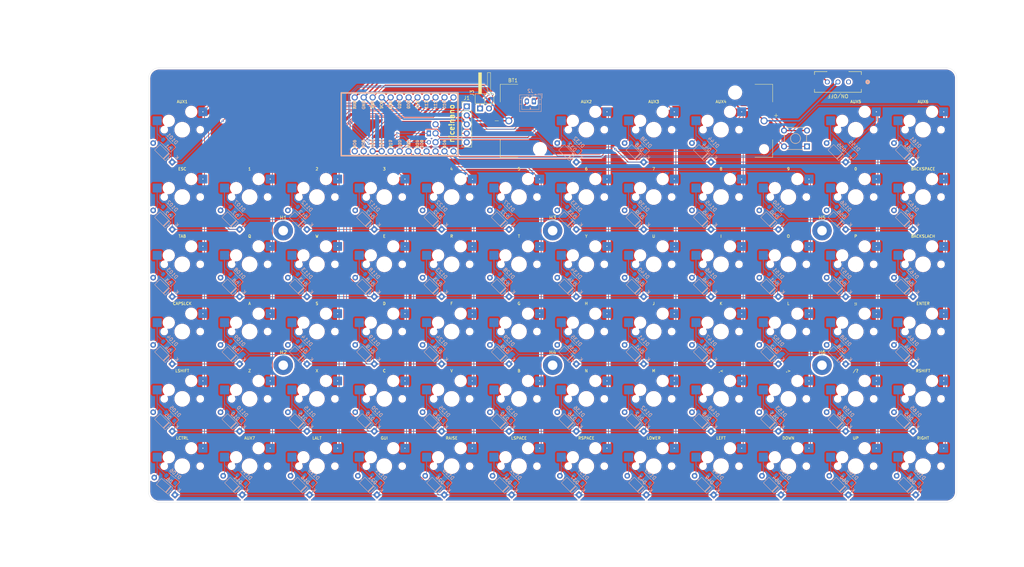
<source format=kicad_pcb>
(kicad_pcb (version 20241229) (generator "pcbnew") (generator_version "9.0")
  (layers (0 "F.Cu" signal) (2 "B.Cu" signal) (13 "F.Paste" user) (15 "B.Paste" user) (5 "F.SilkS" user "F.Silkscreen") (7 "B.SilkS" user "B.Silkscreen") (1 "F.Mask" user) (3 "B.Mask" user) (25 "Edge.Cuts" user))
  (net 0 "")
  (net 1 "Net-(D1-A)")
  (net 2 "ROW0")
  (net 3 "ROW1")
  (net 4 "ROW2")
  (net 5 "ROW3")
  (net 6 "ROW4")
  (net 7 "ROW5")
  (net 8 "Net-(D10-A)")
  (net 9 "Net-(D11-A)")
  (net 10 "COL0")
  (net 11 "COL1")
  (net 12 "COL2")
  (net 13 "COL3")
  (net 14 "COL4")
  (net 15 "COL5")
  (net 16 "COL6")
  (net 17 "COL7")
  (net 18 "COL8")
  (net 19 "COL9")
  (net 20 "COL10")
  (net 21 "COL11")
  (net 22 "RST")
  (net 23 "GND")
  (net 24 "VCC")
  (net 25 "CS")
  (net 26 "SCK")
  (net 27 "MOSI")
  (net 28 "VBATT+")
  (net 29 "BATT+")
  (net 31 "SWD")
  (net 32 "SWC")
  (net 33 "Net-(D102-A)")
  (net 34 "Net-(D103-A)")
  (net 35 "Net-(D104-A)")
  (net 36 "Net-(D105-A)")
  (net 37 "Net-(D106-A)")
  (net 38 "Net-(D107-A)")
  (net 39 "Net-(D108-A)")
  (net 40 "Net-(D109-A)")
  (net 41 "Net-(D112-A)")
  (net 42 "Net-(D113-A)")
  (net 43 "Net-(D114-A)")
  (net 44 "Net-(D115-A)")
  (net 45 "Net-(D116-A)")
  (net 46 "Net-(D117-A)")
  (net 47 "Net-(D118-A)")
  (net 48 "Net-(D119-A)")
  (net 49 "Net-(D120-A)")
  (net 50 "Net-(D121-A)")
  (net 51 "Net-(D122-A)")
  (net 52 "Net-(D123-A)")
  (net 53 "Net-(D124-A)")
  (net 54 "Net-(D125-A)")
  (net 55 "Net-(D126-A)")
  (net 56 "Net-(D127-A)")
  (net 57 "Net-(D128-A)")
  (net 58 "Net-(D129-A)")
  (net 59 "Net-(D130-A)")
  (net 60 "Net-(D131-A)")
  (net 61 "Net-(D132-A)")
  (net 62 "Net-(D133-A)")
  (net 63 "Net-(D134-A)")
  (net 64 "Net-(D135-A)")
  (net 65 "Net-(D136-A)")
  (net 66 "Net-(D137-A)")
  (net 67 "Net-(D138-A)")
  (net 68 "Net-(D139-A)")
  (net 69 "Net-(D140-A)")
  (net 70 "Net-(D141-A)")
  (net 71 "Net-(D142-A)")
  (net 72 "Net-(D143-A)")
  (net 73 "Net-(D144-A)")
  (net 74 "Net-(D145-A)")
  (net 75 "Net-(D146-A)")
  (net 76 "Net-(D147-A)")
  (net 77 "Net-(D148-A)")
  (net 78 "Net-(D149-A)")
  (net 79 "Net-(D150-A)")
  (net 80 "Net-(D151-A)")
  (net 81 "Net-(D152-A)")
  (net 82 "Net-(D153-A)")
  (net 83 "Net-(D154-A)")
  (net 84 "Net-(D155-A)")
  (net 85 "Net-(D156-A)")
  (net 86 "Net-(D157-A)")
  (net 87 "Net-(D158-A)")
  (net 88 "Net-(D159-A)")
  (net 89 "Net-(D160-A)")
  (net 90 "Net-(D161-A)")
  (net 91 "Net-(D162-A)")
  (net 92 "Net-(D163-A)")
  (net 93 "Net-(D164-A)")
  (net 94 "Net-(D165-A)")
  (net 95 "Net-(D166-A)")
  (footprint "1043P:BAT_1043P" (layer "F.Cu") (at 227.7625 78.5)
    (property "Reference" "BT1")
    (property "Value" "1042")
  )
  (footprint "Button_Switch_THT:SW_TH_Tactile_Omron_B3F-10xx" (layer "F.Cu") (at 276.0125 85.75 180)
    (property "Reference" "SW67" (hide yes))
    (property "Value" "RST")
  )
  (footprint "MountingHole:MountingHole_2.7mm_M2.5" (layer "F.Cu") (at 204.0625 109.6)
    (property "Reference" "H3")
    (property "Value" "MountingHole")
  )
  (footprint "MountingHole:MountingHole_2.7mm_M2.5" (layer "F.Cu") (at 204.0625 147.7)
    (property "Reference" "H4")
    (property "Value" "MountingHole")
  )
  (footprint "Connector_PinHeader_2.54mm:PinHeader_1x05_P2.54mm_Vertical" (layer "F.Cu") (at 179.7625 74.42)
    (property "Reference" "J1")
    (property "Value" "NICEVIEW")
  )
  (footprint "Connector_PinHeader_2.54mm:PinHeader_1x02_P2.54mm_Vertical" (layer "F.Cu") (at 169.0562 82.04)
    (property "Reference" "J6" (hide yes))
    (property "Value" "millmax connector")
  )
  (footprint "MountingHole:MountingHole_2.7mm_M2.5" (layer "F.Cu") (at 127.8625 147.7)
    (property "Reference" "H2")
    (property "Value" "MountingHole")
  )
  (footprint "footprints:EG1206A_EWI" (layer "F.Cu") (at 287.762499 67.5 180)
    (property "Reference" "SW68" (hide yes))
    (property "Value" "ON/OFF")
  )
  (footprint "MountingHole:MountingHole_2.7mm_M2.5" (layer "F.Cu") (at 280.2625 147.7)
    (property "Reference" "H6")
    (property "Value" "MountingHole")
  )
  (footprint "nice-nano-kicad:nice_nano" (layer "F.Cu") (at 162.0425 79.5)
    (property "Reference" "U1" (hide yes))
    (property "Value" "NiceNano" (hide yes))
  )
  (footprint "MountingHole:MountingHole_2.7mm_M2.5" (layer "F.Cu") (at 280.2625 109.6)
    (property "Reference" "H5")
    (property "Value" "MountingHole")
  )
  (footprint "Connector_PinHeader_2.54mm:PinHeader_1x02_P2.54mm_Horizontal" (layer "F.Cu") (at 183.5225 75 90)
    (property "Reference" "J3")
    (property "Value" "swd connector")
  )
  (footprint "MountingHole:MountingHole_2.7mm_M2.5" (layer "F.Cu") (at 127.8625 109.6)
    (property "Reference" "H1")
    (property "Value" "MountingHole")
  )
  (footprint "Diode_THT:D_DO-35_SOD27_P7.62mm_Horizontal" (layer "B.Cu") (at 173.406129 184.398042 135)
    (property "Reference" "D26")
    (property "Value" "1N4148")
  )
  (footprint "MX_Hotswap:MX-Hotswap-1U" (layer "B.Cu") (at 213.5875 138.175 180)
    (property "Reference" "SW35")
    (property "Value" "H")
  )
  (footprint "Diode_SMD:D_SOD-123" (layer "B.Cu") (at 266.5125 123.1 135)
    (property "Reference" "D151")
    (property "Value" "1N4148")
  )
  (footprint "Diode_SMD:D_SOD-123" (layer "B.Cu") (at 96.0625 180 140)
    (property "Reference" "D106")
    (property "Value" "1N4148")
  )
  (footprint "MX_Hotswap:MX-Hotswap-1U" (layer "B.Cu") (at 156.4375 138.175 180)
    (property "Reference" "SW19")
    (property "Value" "D")
  )
  (footprint "Diode_THT:D_DO-35_SOD27_P7.62mm_Horizontal" (layer "B.Cu") (at 287.706129 184.398042 135)
    (property "Reference" "D60")
    (property "Value" "1N4148")
  )
  (footprint "Diode_THT:D_DO-35_SOD27_P7.62mm_Horizontal" (layer "B.Cu") (at 306.006577 90.194077 135)
    (property "Reference" "D61")
    (property "Value" "1N4148")
  )
  (footprint "Diode_THT:D_DO-35_SOD27_P7.62mm_Horizontal" (layer "B.Cu") (at 229.806577 109.244077 135)
    (property "Reference" "D39")
    (property "Value" "1N4148")
  )
  (footprint "Diode_SMD:D_SOD-123" (layer "B.Cu") (at 266.5125 142.15 135)
    (property "Reference" "D152")
    (property "Value" "1N4148")
  )
  (footprint "MX_Hotswap:MX-Hotswap-1U" (layer "B.Cu") (at 137.3875 138.175 180)
    (property "Reference" "SW14")
    (property "Value" "S")
  )
  (footprint "MX_Hotswap:MX-Hotswap-1U" (layer "B.Cu") (at 99.2875 119.125 180)
    (property "Reference" "SW3")
    (property "Value" "TAB")
  )
  (footprint "Diode_SMD:D_SOD-123" (layer "B.Cu") (at 133.945774 162.200934 135)
    (property "Reference" "D115")
    (property "Value" "1N4148")
  )
  (footprint "MX_Hotswap:MX-Hotswap-1U" (layer "B.Cu") (at 99.2875 100.075 180)
    (property "Reference" "SW2")
    (property "Value" "ESC")
  )
  (footprint "Diode_SMD:D_SOD-123" (layer "B.Cu") (at 228.4125 104.05 135)
    (property "Reference" "D139")
    (property "Value" "1N4148")
  )
  (footprint "MX_Hotswap:MX-Hotswap-1U" (layer "B.Cu") (at 175.4875 157.225 180)
    (property "Reference" "SW25")
    (property "Value" "V")
  )
  (footprint "Diode_SMD:D_SOD-123" (layer "B.Cu") (at 229.1125 86 135)
    (property "Reference" "D138")
    (property "Value" "1N4148")
  )
  (footprint "Diode_SMD:D_SOD-123" (layer "B.Cu") (at 247.4625 104.05 135)
    (property "Reference" "D145")
    (property "Value" "1N4148")
  )
  (footprint "Diode_THT:D_DO-35_SOD27_P7.62mm_Horizontal" (layer "B.Cu") (at 96.456577 147.344077 135)
    (property "Reference" "D4")
    (property "Value" "1N4148")
  )
  (footprint "Diode_SMD:D_SOD-123" (layer "B.Cu") (at 172.045774 162.200934 135)
    (property "Reference" "D125")
    (property "Value" "1N4148")
  )
  (footprint "MX_Hotswap:MX-Hotswap-1U" (layer "B.Cu") (at 232.6375 138.175 180)
    (property "Reference" "SW41")
    (property "Value" "J")
  )
  (footprint "MX_Hotswap:MX-Hotswap-1U" (layer "B.Cu") (at 308.8375 100.075 180)
    (property "Reference" "SW62")
    (property "Value" "BACKSPACE")
  )
  (footprint "Diode_SMD:D_SOD-123" (layer "B.Cu") (at 210.0625 86 135)
    (property "Reference" "D132")
    (property "Value" "1N4148")
  )
  (footprint "MX_Hotswap:MX-Hotswap-1U" (layer "B.Cu") (at 137.3875 100.075 180)
    (property "Reference" "SW12")
    (property "Value" "2")
  )
  (footprint "MX_Hotswap:MX-Hotswap-1U" (layer "B.Cu") (at 213.5875 81.025 180)
    (property "Reference" "SW32")
    (property "Value" "AUX2")
  )
  (footprint "Diode_THT:D_DO-35_SOD27_P7.62mm_Horizontal" (layer "B.Cu") (at 172.656577 166.394077 135)
    (property "Reference" "D25")
    (property "Value" "1N4148")
  )
  (footprint "MX_Hotswap:MX-Hotswap-1U" (layer "B.Cu") (at 118.3375 138.175 180)
    (property "Reference" "SW9")
    (property "Value" "A")
  )
  (footprint "Diode_THT:D_DO-35_SOD27_P7.62mm_Horizontal" (layer "B.Cu") (at 153.606577 147.344077 135)
    (property "Reference" "D19")
    (property "Value" "1N4148")
  )
  (footprint "MX_Hotswap:MX-Hotswap-1U" (layer "B.Cu") (at 232.6375 81.025 180)
    (property "Reference" "SW38")
    (property "Value" "AUX3")
  )
  (footprint "Diode_THT:D_DO-35_SOD27_P7.62mm_Horizontal" (layer "B.Cu") (at 248.856577 90.194077 135)
    (property "Reference" "D44")
    (property "Value" "1N4148")
  )
  (footprint "MX_Hotswap:MX-Hotswap-1U" (layer "B.Cu") (at 99.2875 81.025 180)
    (property "Reference" "SW1")
    (property "Value" "AUX1")
  )
  (footprint "Diode_SMD:D_SOD-123" (layer "B.Cu") (at 209.3625 123.1 135)
    (property "Reference" "D134")
    (property "Value" "1N4148")
  )
  (footprint "MX_Hotswap:MX-Hotswap-1U" (layer "B.Cu") (at 175.4875 119.125 180)
    (property "Reference" "SW23")
    (property "Value" "R")
  )
  (footprint "MX_Hotswap:MX-Hotswap-1U" (layer "B.Cu") (at 270.7375 100.075 180)
    (property "Reference" "SW50")
    (property "Value" "9")
  )
  (footprint "Diode_SMD:D_SOD-123" (layer "B.Cu") (at 304.6125 123.1 135)
    (property "Reference" "D163")
    (property "Value" "1N4148")
  )
  (footprint "MX_Hotswap:MX-Hotswap-1U" (layer "B.Cu") (at 118.3375 119.125 180)
    (property "Reference" "SW8")
    (property "Value" "Q")
  )
  (footprint "Diode_SMD:D_SOD-123" (layer "B.Cu") (at 95.0625 123.1 135)
    (property "Reference" "D103")
    (property "Value" "1N4148")
  )
  (footprint "Diode_SMD:D_SOD-123" (layer "B.Cu") (at 211.3125 180 135)
    (property "Reference" "D137")
    (property "Value" "1N4148")
  )
  (footprint "MX_Hotswap:MX-Hotswap-1U" (layer "B.Cu") (at 289.7875 81.025 180)
    (property "Reference" "SW55")
    (property "Value" "AUX5")
  )
  (footprint "Diode_SMD:D_SOD-123" (layer "B.Cu") (at 304.6125 104.05 135)
    (property "Reference" "D162")
    (property "Value" "1N4148")
  )
  (footprint "Diode_THT:D_DO-35_SOD27_P7.62mm_Horizontal" (layer "B.Cu") (at 96.456577 166.394077 135)
    (property "Reference" "D5")
    (property "Value" "1N4148")
  )
  (footprint "MX_Hotswap:MX-Hotswap-1U" (layer "B.Cu") (at 308.8375 138.175 180)
    (property "Reference" "SW64")
    (property "Value" "ENTER")
  )
  (footprint "Diode_THT:D_DO-35_SOD27_P7.62mm_Horizontal" (layer "B.Cu") (at 267.906577 128.294077 135)
    (property "Reference" "D51")
    (property "Value" "1N4148")
  )
  (footprint "Diode_SMD:D_SOD-123" (layer "B.Cu") (at 210.145774 162.200934 135)
    (property "Reference" "D136")
    (property "Value" "1N4148")
  )
  (footprint "Diode_THT:D_DO-35_SOD27_P7.62mm_Horizontal" (layer "B.Cu") (at 229.806577 147.344077 135)
    (property "Reference" "D41")
    (property "Value" "1N4148")
  )
  (footprint "Diode_THT:D_DO-35_SOD27_P7.62mm_Horizontal" (layer "B.Cu") (at 115.506577 128.294077 135)
    (property "Reference" "D8")
    (property "Value" "1N4148")
  )
  (footprint "Diode_THT:D_DO-35_SOD27_P7.62mm_Horizontal" (layer "B.Cu") (at 306.006577 128.294077 135)
    (property "Reference" "D63")
    (property "Value" "1N4148")
  )
  (footprint "Diode_SMD:D_SOD-123" (layer "B.Cu") (at 268.4625 180 135)
    (property "Reference" "D154")
    (property "Value" "1N4148")
  )
  (footprint "MX_Hotswap:MX-Hotswap-1U" (layer "B.Cu") (at 156.4375 119.125 180)
    (property "Reference" "SW18")
    (property "Value" "E")
  )
  (footprint "Diode_THT:D_DO-35_SOD27_P7.62mm_Horizontal" (layer "B.Cu") (at 153.606577 128.294077 135)
    (property "Reference" "D18")
    (property "Value" "1N4148")
  )
  (footprint "MX_Hotswap:MX-Hotswap-1U" (layer "B.Cu") (at 232.6375 119.125 180)
    (property "Reference" "SW40")
    (property "Value" "U")
  )
  (footprint "Diode_SMD:D_SOD-123" (layer "B.Cu") (at 152.2125 104.05 135)
    (property "Reference" "D117")
    (property "Value" "1N4148")
  )
  (footprint "MX_Hotswap:MX-Hotswap-1U" (layer "B.Cu") (at 137.3875 176.275 180)
    (property "Reference" "SW16")
    (property "Value" "LALT")
  )
  (footprint "Diode_THT:D_DO-35_SOD27_P7.62mm_Horizontal" (layer "B.Cu") (at 191.706577 166.394077 135)
    (property "Reference" "D30")
    (property "Value" "1N4148")
  )
  (footprint "Diode_SMD:D_SOD-123" (layer "B.Cu") (at 247.4625 123.1 135)
    (property "Reference" "D146")
    (property "Value" "1N4148")
  )
  (footprint "Diode_THT:D_DO-35_SOD27_P7.62mm_Horizontal" (layer "B.Cu") (at 172.656577 147.344077 135)
    (property "Reference" "D24")
    (property "Value" "1N4148")
  )
  (footprint "MX_Hotswap:MX-Hotswap-1U" (layer "B.Cu") (at 156.4375 100.075 180)
    (property "Reference" "SW17")
    (property "Value" "3")
  )
  (footprint "Diode_SMD:D_SOD-123" (layer "B.Cu") (at 133.1625 104.05 135)
    (property "Reference" "D112")
    (property "Value" "1N4148")
  )
  (footprint "Diode_THT:D_DO-35_SOD27_P7.62mm_Horizontal" (layer "B.Cu") (at 134.556577 109.244077 135)
    (property "Reference" "D12")
    (property "Value" "1N4148")
  )
  (footprint "Diode_SMD:D_SOD-123" (layer "B.Cu") (at 190.3125 142.15 135)
    (property "Reference" "D129")
    (property "Value" "1N4148")
  )
  (footprint "MX_Hotswap:MX-Hotswap-1U" (layer "B.Cu") (at 308.8375 81.025 180)
    (property "Reference" "SW61")
    (property "Value" "AUX6")
  )
  (footprint "MX_Hotswap:MX-Hotswap-1U" (layer "B.Cu") (at 194.5375 138.175 180)
    (property "Reference" "SW29")
    (property "Value" "G")
  )
  (footprint "MX_Hotswap:MX-Hotswap-1U" (layer "B.Cu") (at 175.4875 176.275 180)
    (property "Reference" "SW26")
    (property "Value" "RAISE")
  )
  (footprint "Diode_THT:D_DO-35_SOD27_P7.62mm_Horizontal" (layer "B.Cu") (at 229.806577 90.194077 135)
    (property "Reference" "D38")
    (property "Value" "1N4148")
  )
  (footprint "Diode_THT:D_DO-35_SOD27_P7.62mm_Horizontal" (layer "B.Cu") (at 210.756577 90.194077 135)
    (property "Reference" "D32")
    (property "Value" "1N4148")
  )
  (footprint "Diode_THT:D_DO-35_SOD27_P7.62mm_Horizontal" (layer "B.Cu") (at 172.656577 128.294077 135)
    (property "Reference" "D23")
    (property "Value" "1N4148")
  )
  (footprint "Diode_SMD:D_SOD-123" (layer "B.Cu") (at 171.2625 123.1 135)
    (property "Reference" "D123")
    (property "Value" "1N4148")
  )
  (footprint "Diode_SMD:D_SOD-123" (layer "B.Cu") (at 304.6125 142.15 135)
    (property "Reference" "D164")
    (property "Value" "1N4148")
  )
  (footprint "Diode_SMD:D_SOD-123" (layer "B.Cu") (at 114.1125 123.1 135)
    (property "Reference" "D108")
    (property "Value" "1N4148")
  )
  (footprint "MX_Hotswap:MX-Hotswap-1U" (layer "B.Cu") (at 213.5875 119.125 180)
    (property "Reference" "SW34")
    (property "Value" "Y")
  )
  (footprint "MX_Hotswap:MX-Hotswap-1U" (layer "B.Cu") (at 289.7875 100.075 180)
    (property "Reference" "SW56")
    (property "Value" "0")
  )
  (footprint "Diode_THT:D_DO-35_SOD27_P7.62mm_Horizontal" (layer "B.Cu") (at 191.706577 147.344077 135)
    (property "Reference" "D29")
    (property "Value" "1N4148")
  )
  (footprint "MX_Hotswap:MX-Hotswap-1U" (layer "B.Cu") (at 213.5875 176.275 180)
    (property "Reference" "SW37")
    (property "Value" "RSPACE")
  )
  (footprint "Diode_SMD:D_SOD-123" (layer "B.Cu") (at 305.3125 86 135)
    (property "Reference" "D161")
    (property "Value" "1N4148")
  )
  (footprint "Diode_THT:D_DO-35_SOD27_P7.62mm_Horizontal" (layer "B.Cu") (at 116.256129 184.398042 135)
    (property "Reference" "D11")
    (property "Value" "1N4148")
  )
  (footprint "Diode_SMD:D_SOD-123" (layer "B.Cu") (at 171.2625 142.15 135)
    (property "Reference" "D124")
    (property "Value" "1N4148")
  )
  (footprint "Diode_THT:D_DO-35_SOD27_P7.62mm_Horizontal" (layer "B.Cu") (at 210.756577 147.344077 135)
    (property "Reference" "D35")
    (property "Value" "1N4148")
  )
  (footprint "MX_Hotswap:MX-Hotswap-1U" (layer "B.Cu") (at 137.3875 157.225 180)
    (property "Reference" "SW15")
    (property "Value" "X")
  )
  (footprint "MX_Hotswap:MX-Hotswap-1U" (layer "B.Cu") (at 270.7375 176.275 180)
    (property "Reference" "SW54")
    (property "Value" "DOWN")
  )
  (footprint "Diode_THT:D_DO-35_SOD27_P7.62mm_Horizontal" (layer "B.Cu") (at 306.006577 166.394077 135)
    (property "Reference" "D65")
    (property "Value" "1N4148")
  )
  (footprint "MX_Hotswap:MX-Hotswap-1U" (layer "B.Cu") (at 175.4875 100.075 180)
    (property "Reference" "SW22")
    (property "Value" "4")
  )
  (footprint "Diode_THT:D_DO-35_SOD27_P7.62mm_Horizontal" (layer "B.Cu") (at 230.556129 184.398042 135)
    (property "Reference" "D43")
    (property "Value" "1N4148")
  )
  (footprint "MX_Hotswap:MX-Hotswap-1U" (layer "B.Cu") (at 213.5875 157.225 180)
    (property "Reference" "SW36")
    (property "Value" "N")
  )
  (footprint "MX_Hotswap:MX-Hotswap-1U" (layer "B.Cu") (at 251.6875 100.075 180)
    (property "Reference" "SW45")
    (property "Value" "8")
  )
  (footprint "Diode_SMD:D_SOD-123" (layer "B.Cu") (at 266.5125 104.05 135)
    (property "Reference" "D150")
    (property "Value" "1N4148")
  )
  (footprint "MX_Hotswap:MX-Hotswap-1U" (layer "B.Cu") (at 289.7875 119.125 180)
    (property "Reference" "SW57")
    (property "Value" "P")
  )
  (footprint "Diode_THT:D_DO-35_SOD27_P7.62mm_Horizontal" (layer "B.Cu") (at 210.756577 109.244077 135)
    (property "Reference" "D33")
    (property "Value" "1N4148")
  )
  (footprint "Diode_SMD:D_SOD-123" (layer "B.Cu") (at 152.2125 142.15 135)
    (property "Reference" "D119")
    (property "Value" "1N4148")
  )
  (footprint "Diode_THT:D_DO-35_SOD27_P7.62mm_Horizontal" (layer "B.Cu") (at 134.556577 128.294077 135)
    (property "Reference" "D13")
    (property "Value" "1N4148")
  )
  (footprint "Diode_SMD:D_SOD-123" (layer "B.Cu") (at 287.5125 180 135)
    (property "Reference" "D160")
    (property "Value" "1N4148")
  )
  (footprint "Diode_SMD:D_SOD-123" (layer "B.Cu") (at 114.895774 162.200934 135)
    (property "Reference" "D110")
    (property "Value" "1N4148")
  )
  (footprint "Diode_THT:D_DO-35_SOD27_P7.62mm_Horizontal" (layer "B.Cu") (at 229.806577 166.394077 135)
    (property "Reference" "D42")
    (property "Value" "1N4148")
  )
  (footprint "MX_Hotswap:MX-Hotswap-1U" (layer "B.Cu") (at 194.5375 157.225 180)
    (property "Reference" "SW30")
    (property "Value" "B")
  )
  (footprint "Connector_JST:JST_PH_B2B-PH-K_1x02_P2.00mm_Vertical" (layer "B.Cu") (at 198.7625 72.9675 180)
    (property "Reference" "J2")
    (property "Value" "Pouch Battery Connector")
  )
  (footprint "Diode_SMD:D_SOD-123" (layer "B.Cu") (at 228.4125 142.15 135)
    (property "Reference" "D141")
    (property "Value" "1N4148")
  )
  (footprint "MX_Hotswap:MX-Hotswap-1U" (layer "B.Cu") (at 308.8375 119.125 180)
    (property "Reference" "SW63")
    (property "Value" "BACKSLACH")
  )
  (footprint "MX_Hotswap:MX-Hotswap-1U" (layer "B.Cu") (at 251.6875 119.125 180)
    (property "Reference" "SW46")
    (property "Value" "I")
  )
  (footprint "Diode_SMD:D_SOD-123" (layer "B.Cu") (at 305.395774 162.200934 135)
    (property "Reference" "D165")
    (property "Value" "1N4148")
  )
  (footprint "Diode_SMD:D_SOD-123" (layer "B.Cu") (at 133.1625 123.1 135)
    (property "Reference" "D113")
    (property "Value" "1N4148")
  )
  (footprint "Diode_SMD:D_SOD-123" (layer "B.Cu") (at 114.1125 142.15 135)
    (property "Reference" "D109")
    (property "Value" "1N4148")
  )
  (footprint "Diode_SMD:D_SOD-123" (layer "B.Cu") (at 286.345774 162.200934 135)
    (property "Reference" "D159")
    (property "Value" "1N4148")
  )
  (footprint "Diode_THT:D_DO-35_SOD27_P7.62mm_Horizontal" (layer "B.Cu") (at 154.356129 184.398042 135)
    (property "Reference" "D21")
    (property "Value" "1N4148")
  )
  (footprint "Diode_SMD:D_SOD-123" (layer "B.Cu") (at 285.5625 104.05 135)
    (property "Reference" "D156")
    (property "Value" "1N4148")
  )
  (footprint "MX_Hotswap:MX-Hotswap-1U" (layer "B.Cu") (at 156.4375 157.225 180)
    (property "Reference" "SW20")
    (property "Value" "C")
  )
  (footprint "MX_Hotswap:MX-Hotswap-1U" (layer "B.Cu") (at 289.7875 157.225 180)
    (property "Reference" "SW59")
    (property "Value" "/?")
  )
  (footprint "Diode_THT:D_DO-35_SOD27_P7.62mm_Horizontal" (layer "B.Cu") (at 97.206129 184.398042 140)
    (property "Reference" "D6")
    (property "Value" "1N4148")
  )
  (footprint "Diode_SMD:D_SOD-123" (layer "B.Cu") (at 95.0625 142.15 135)
    (property "Reference" "D104")
    (property "Value" "1N4148")
  )
  (footprint "Diode_THT:D_DO-35_SOD27_P7.62mm_Horizontal" (layer "B.Cu") (at 192.456129 184.398042 135)
    (property "Reference" "D31")
    (property "Value" "1N4148")
  )
  (footprint "MX_Hotswap:MX-Hotswap-1U" (layer "B.Cu") (at 270.7375 119.125 180)
    (property "Reference" "SW51")
    (property "Value" "O")
  )
  (footprint "MX_Hotswap:MX-Hotswap-1U" (layer "B.Cu") (at 213.5875 100.075 180)
    (property "Reference" "SW33")
    (property "Value" "6")
  )
  (footprint "MX_Hotswap:MX-Hotswap-1U" (layer "B.Cu") (at 251.6875 176.275 180)
    (property "Reference" "SW49")
    (property "Value" "LEFT")
  )
  (footprint "Diode_THT:D_DO-35_SOD27_P7.62mm_Horizontal" (layer "B.Cu") (at 115.506577 166.394077 135)
    (property "Reference" "D10")
    (property "Value" "1N4148")
  )
  (footprint "Diode_THT:D_DO-35_SOD27_P7.62mm_Horizontal" (layer "B.Cu") (at 115.506577 109.244077 135)
    (property "Reference" "D7")
    (property "Value" "1N4148")
  )
  (footprint "Diode_THT:D_DO-35_SOD27_P7.62mm_Horizontal" (layer "B.Cu") (at 286.956577 128.294077 135)
    (property "Reference" "D57")
    (property "Value" "1N4148")
  )
  (footprint "MX_Hotswap:MX-Hotswap-1U" (layer "B.Cu") (at 175.4875 138.175 180)
    (property "Reference" "SW24")
    (property "Value" "F")
  )
  (footprint "Diode_THT:D_DO-35_SOD27_P7.62mm_Horizontal" (layer "B.Cu") (at 306.006577 147.344077 135)
    (property "Reference" "D64")
    (property "Value" "1N4148")
  )
  (footprint "MX_Hotswap:MX-Hotswap-1U" (layer "B.Cu") (at 232.6375 176.275 180)
    (property "Reference" "SW43")
    (property "Value" "LOWER")
  )
  (footprint "Diode_SMD:D_SOD-123" (layer "B.Cu") (at 95.0625 85 135)
    (property "Reference" "D101")
    (property "Value" "1N4148")
  )
  (footprint "Diode_SMD:D_SOD-123" (layer "B.Cu") (at 173.2125 180 135)
    (property "Reference" "D126")
    (property "Value" "1N4148")
  )
  (footprint "Diode_SMD:D_SOD-123" (layer "B.Cu") (at 190.3125 104.05 135)
    (property "Reference" "D127")
    (property "Value" "1N4148")
  )
  (footprint "Diode_THT:D_DO-35_SOD27_P7.62mm_Horizontal" (layer "B.Cu") (at 96.456577 90.194077 135)
    (property "Reference" "D1")
    (property "Value" "1N4148")
  )
  (footprint "Diode_SMD:D_SOD-123" (layer "B.Cu") (at 152.2125 123.1 135)
    (property "Reference" "D118")
    (property "Value" "1N4148")
  )
  (footprint "MX_Hotswap:MX-Hotswap-1U" (layer "B.Cu") (at 289.7875 138.175 180)
    (property "Reference" "SW58")
    (property "Value" ";:")
  )
  (footprint "Diode_THT:D_DO-35_SOD27_P7.62mm_Horizontal" (layer "B.Cu") (at 286.956577 109.244077 135)
    (property "Reference" "D56")
    (property "Value" "1N4148")
  )
  (footprint "MX_Hotswap:MX-Hotswap-1U" (layer "B.Cu") (at 99.2875 176.275 180)
    (property "Reference" "SW6")
    (property "Value" "LCTRL")
  )
  (footprint "Diode_SMD:D_SOD-123" (layer "B.Cu") (at 247.4625 142.15 135)
    (property "Reference" "D147")
    (property "Value" "1N4148")
  )
  (footprint "Diode_THT:D_DO-35_SOD27_P7.62mm_Horizontal" (layer "B.Cu") (at 248.856577 166.394077 135)
    (property "Reference" "D48")
    (property "Value" "1N4148")
  )
  (footprint "Diode_SMD:D_SOD-123" (layer "B.Cu") (at 154.1625 180 135)
    (property "Reference" "D121")
    (property "Value" "1N4148")
  )
  (footprint "Diode_SMD:D_SOD-123" (layer "B.Cu") (at 209.3625 142.15 135)
    (property "Reference" "D135")
    (property "Value" "1N4148")
  )
  (footprint "Diode_THT:D_DO-35_SOD27_P7.62mm_Horizontal" (layer "B.Cu") (at 306.006577 109.244077 135)
    (property "Reference" "D62")
    (property "Value" "1N4148")
  )
  (footprint "Diode_SMD:D_SOD-123" (layer "B.Cu") (at 114.1125 104.05 135)
    (property "Reference" "D107")
    (property "Value" "1N4148")
  )
  (footprint "Diode_SMD:D_SOD-123" (layer "B.Cu") (at 230.3625 180 135)
    (property "Reference" "D143")
    (property "Value" "1N4148")
  )
  (footprint "Diode_THT:D_DO-35_SOD27_P7.62mm_Horizontal" (layer "B.Cu") (at 115.506577 147.344077 135)
    (property "Reference" "D9")
    (property "Value" "1N4148")
  )
  (footprint "Diode_THT:D_DO-35_SOD27_P7.62mm_Horizontal" (layer "B.Cu") (at 248.856577 128.294077 135)
    (property "Reference" "D46")
    (property "Value" "1N4148")
  )
  (footprint "Diode_SMD:D_SOD-123" (layer "B.Cu") (at 248.1625 86 135)
    (property "Reference" "D144")
    (property "Value" "1N4148")
  )
  (footprint "Diode_THT:D_DO-35_SOD27_P7.62mm_Horizontal" (layer "B.Cu") (at 267.906577 147.344077 135)
    (property "Reference" "D52")
    (property "Value" "1N4148")
  )
  (footprint "Diode_SMD:D_SOD-123" (layer "B.Cu") (at 152.995774 162.200934 135)
    (property "Reference" "D120")
    (property "Value" "1N4148")
  )
  (footprint "Diode_THT:D_DO-35_SOD27_P7.62mm_Horizontal" (layer "B.Cu") (at 267.906577 166.394077 135)
    (property "Reference" "D53")
    (property "Value" "1N4148")
  )
  (footprint "Diode_SMD:D_SOD-123" (layer "B.Cu") (at 249.4125 180 135)
    (property "Reference" "D149")
    (property "Value" "1N4148")
  )
  (footprint "Diode_SMD:D_SOD-123" (layer "B.Cu") (at 248.245774 162.200934 135)
    (property "Reference" "D148")
    (property "Value" "1N4148")
  )
  (footprint "Diode_SMD:D_SOD-123" (layer "B.Cu") (at 191.095774 162.200934 135)
    (property "Reference" "D130")
    (property "Value" "1N4148")
  )
  (footprint "Diode_SMD:D_SOD-123" (layer "B.Cu") (at 190.3125 123.1 135)
    (property "Reference" "D128")
    (property "Value" "1N4148")
  )
  (footprint "MX_Hotswap:MX-Hotswap-1U" (layer "B.Cu") (at 251.6875 81.025 180)
    (property "Reference" "SW44")
    (property "Value" "AUX4")
  )
  (footprint "Diode_THT:D_DO-35_SOD27_P7.62mm_Horizontal" (layer "B.Cu") (at 210.756577 166.394077 135)
    (property "Reference" "D36")
    (property "Value" "1N4148")
  )
  (footprint "Diode_THT:D_DO-35_SOD27_P7.62mm_Horizontal" (layer "B.Cu") (at 268.656129 184.398042 135)
    (property "Reference" "D54")
    (property "Value" "1N4148")
  )
  (footprint "Diode_THT:D_DO-35_SOD27_P7.62mm_Horizontal" (layer "B.Cu") (at 229.806577 128.294077 135)
    (property "Reference" "D40")
    (property "Value" "1N4148")
  )
  (footprint "Diode_SMD:D_SOD-123" (layer "B.Cu") (at 267.295774 162.200934 135)
    (property "Reference" "D153")
    (property "Value" "1N4148")
  )
  (footprint "MX_Hotswap:MX-Hotswap-1U" (layer "B.Cu") (at 118.3375 176.275 180)
    (property "Reference" "SW11")
    (property "Value" "AUX7")
  )
  (footprint "Diode_SMD:D_SOD-123" (layer "B.Cu") (at 95.0625 104.05 135)
    (property "Reference" "D102")
    (property "Value" "1N4148")
  )
  (footprint "Diode_SMD:D_SOD-123" (layer "B.Cu") (at 209.3625 104.05 135)
    (property "Reference" "D133")
    (property "Value" "1N4148")
  )
  (footprint "MX_Hotswap:MX-Hotswap-1U" (layer "B.Cu") (at 194.5375 100.075 180)
    (property "Reference" "SW27")
    (property "Value" "5")
  )
  (footprint "MX_Hotswap:MX-Hotswap-1U" (layer "B.Cu") (at 289.7875 176.275 180)
    (property "Reference" "SW60")
    (property "Value" "UP")
  )
  (footprint "MX_Hotswap:MX-Hotswap-1U" (layer "B.Cu") (at 99.2875 138.175 180)
    (property "Reference" "SW4")
    (property "Value" "CAPSLCK")
  )
  (footprint "Diode_THT:D_DO-35_SOD27_P7.62mm_Horizontal" (layer "B.Cu") (at 96.456577 109.244077 135)
    (property "Reference" "D2")
    (property "Value" "1N4148")
  )
  (footprint "MX_Hotswap:MX-Hotswap-1U" (layer "B.Cu") (at 308.8375 157.225 180)
    (property "Reference" "SW65")
    (property "Value" "RSHIFT")
  )
  (footprint "Diode_THT:D_DO-35_SOD27_P7.62mm_Horizontal" (layer "B.Cu") (at 286.956577 147.344077 135)
    (property "Reference" "D58")
    (property "Value" "1N4148")
  )
  (footprint "Diode_THT:D_DO-35_SOD27_P7.62mm_Horizontal" (layer "B.Cu") (at 306.756129 184.398042 135)
    (property "Reference" "D66")
    (property "Value" "1N4148")
  )
  (footprint "MX_Hotswap:MX-Hotswap-1U" (layer "B.Cu") (at 156.4375 176.275 180)
    (property "Reference" "SW21")
    (property "Value" "GUI")
  )
  (footprint "Diode_THT:D_DO-35_SOD27_P7.62mm_Horizontal" (layer "B.Cu") (at 134.556577 166.394077 135)
    (property "Reference" "D15")
    (property "Value" "1N4148")
  )
  (footprint "Diode_THT:D_DO-35_SOD27_P7.62mm_Horizontal" (layer "B.Cu") (at 249.606129 184.398042 135)
    (property "Reference" "D49")
    (property "Value" "1N4148")
  )
  (footprint "Diode_SMD:D_SOD-123" (layer "B.Cu") (at 192.2625 180 135)
    (property "Reference" "D131")
    (property "Value" "1N4148")
  )
  (footprint "Diode_SMD:D_SOD-123" (layer "B.Cu") (at 116.0625 180 135)
    (property "Reference" "D111")
    (property "Value" "1N4148")
  )
  (footprint "MX_Hotswap:MX-Hotswap-1U" (layer "B.Cu") (at 251.6875 157.225 180)
    (property "Reference" "SW48")
    (property "Value" ",<")
  )
  (footprint "Diode_THT:D_DO-35_SOD27_P7.62mm_Horizontal" (layer "B.Cu") (at 286.956577 90.194077 135)
    (property "Reference" "D55")
    (property "Value" "1N4148")
  )
  (footprint "Diode_THT:D_DO-35_SOD27_P7.62mm_Horizontal" (layer "B.Cu") (at 134.556577 147.344077 135)
    (property "Reference" "D14")
    (property "Value" "1N4148")
  )
  (footprint "Diode_THT:D_DO-35_SOD27_P7.62mm_Horizontal" (layer "B.Cu") (at 153.606577 166.394077 135)
    (property "Reference" "D20")
    (property "Value" "1N4148")
  )
  (footprint "Diode_THT:D_DO-35_SOD27_P7.62mm_Horizontal" (layer "B.Cu") (at 135.306129 184.398042 135)
    (property "Reference" "D16")
    (property "Value" "1N4148")
  )
  (footprint "MX_Hotswap:MX-Hotswap-1U" (layer "B.Cu") (at 194.5375 119.125 180)
    (property "Reference" "SW28")
    (property "Value" "T")
  )
  (footprint "Diode_THT:D_DO-35_SOD27_P7.62mm_Horizontal" (layer "B.Cu") (at 248.856577 109.244077 135)
    (property "Reference" "D45")
    (property "Value" "1N4148")
  )
  (footprint "Diode_THT:D_DO-35_SOD27_P7.62mm_Horizontal" (layer "B.Cu") (at 248.856577 147.344077 135)
    (property "Reference" "D47")
    (property "Value" "1N4148")
  )
  (footprint "Diode_THT:D_DO-35_SOD27_P7.62mm_Horizontal" (layer "B.Cu") (at 191.706577 109.244077 135)
    (property "Reference" "D27")
    (property "Value" "1N4148")
  )
  (footprint "MX_Hotswap:MX-Hotswap-1U" (layer "B.Cu") (at 137.3875 119.125 180)
    (property "Reference" "SW13")
    (property "Value" "W")
  )
  (footprint "MX_Hotswap:MX-Hotswap-1U" (layer "B.Cu") (at 232.6375 100.075 180)
    (property "Reference" "SW39")
    (property "Value" "7")
  )
  (footprint "Diode_SMD:D_SOD-123" (layer "B.Cu") (at 135.1125 180 135)
    (property "Reference" "D116")
    (property "Value" "1N4148")
  )
  (footprint "Diode_THT:D_DO-35_SOD27_P7.62mm_Horizontal" (layer "B.Cu") (at 286.956577 166.394077 135)
    (property "Reference" "D59")
    (property "Value" "1N4148")
  )
  (footprint "Diode_SMD:D_SOD-123" (layer "B.Cu") (at 228.4125 123.1 135)
    (property "Reference" "D140")
    (property "Value" "1N4148")
  )
  (footprint "Diode_SMD:D_SOD-123" (layer "B.Cu") (at 229.195774 162.200934 135)
    (property "Reference" "D142")
    (property "Value" "1N4148")
  )
  (footprint "MX_Hotswap:MX-Hotswap-1U" (layer "B.Cu") (at 118.3375 157.225 180)
    (property "Reference" "SW10")
    (property "Value" "Z")
  )
  (footprint "Diode_SMD:D_SOD-123" (layer "B.Cu") (at 171.2625 104.05 135)
    (property "Reference" "D122")
    (property "Value" "1N4148")
  )
  (footprint "Diode_THT:D_DO-35_SOD27_P7.62mm_Horizontal" (layer "B.Cu") (at 267.906577 109.244077 135)
    (property "Reference" "D50")
    (property "Value" "1N4148")
  )
  (footprint "Diode_THT:D_DO-35_SOD27_P7.62mm_Horizontal" (layer "B.Cu") (at 191.706577 128.294077 135)
    (property "Reference" "D28")
    (property "Value" "1N4148")
  )
  (footprint "Diode_SMD:D_SOD-123" (layer "B.Cu") (at 95.895774 162.200934 135)
    (property "Reference" "D105")
    (property "Value" "1N4148")
  )
  (footprint "MX_Hotswap:MX-Hotswap-1U" (layer "B.Cu") (at 232.6375 157.225 180)
    (property "Reference" "SW42")
    (property "Value" "M")
  )
  (footprint "Diode_THT:D_DO-35_SOD27_P7.62mm_Horizontal" (layer "B.Cu") (at 210.756577 128.294077 135)
    (property "Reference" "D34")
    (property "Value" "1N4148")
  )
  (footprint "MX_Hotswap:MX-Hotswap-1U" (layer "B.Cu") (at 118.3375 100.075 180)
    (property "Reference" "SW7")
    (property "Value" "1")
  )
  (footprint "Diode_THT:D_DO-35_SOD27_P7.62mm_Horizontal" (layer "B.Cu") (at 211.506129 184.398042 135)
    (property "Reference" "D37")
    (property "Value" "1N4148")
  )
  (footprint "MX_Hotswap:MX-Hotswap-1U" (layer "B.Cu") (at 99.2875 157.225 180)
    (property "Reference" "SW5")
    (property "Value" "LSHIFT")
  )
  (footprint "Diode_SMD:D_SOD-123" (layer "B.Cu") (at 133.1625 142.15 135)
    (property "Reference" "D114")
    (property "Value" "1N4148")
  )
  (footprint "Diode_THT:D_DO-35_SOD27_P7.62mm_Horizontal" (layer "B.Cu") (at 153.606577 109.244077 135)
    (property "Reference" "D17")
    (property "Value" "1N4148")
  )
  (footprint "Diode_SMD:D_SOD-123" (layer "B.Cu") (at 285.5625 123.1 135)
    (property "Reference" "D157")
    (property "Value" "1N4148")
  )
  (footprint "Diode_SMD:D_SOD-123" (layer "B.Cu") (at 288.0625 87 135)
    (property "Reference" "D155")
    (property "Value" "1N4148")
  )
  (footprint "MX_Hotswap:MX-Hotswap-1U" (layer "B.Cu") (at 308.8375 176.275 180)
    (property "Reference" "SW66")
    (property "Value" "RIGHT")
  )
  (footprint "Diode_THT:D_DO-35_SOD27_P7.62mm_Horizontal" (layer "B.Cu") (at 96.456577 128.294077 135)
    (property "Reference" "D3")
    (property "Value" "1N4148")
  )
  (footprint "Diode_SMD:D_SOD-123" (layer "B.Cu") (at 285.5625 142.15 135)
    (property "Reference" "D158")
    (property "Value" "1N4148")
  )
  (footprint "MX_Hotswap:MX-Hotswap-1U" (layer "B.Cu") (at 194.5375 176.275 180)
    (property "Reference" "SW31")
    (property "Value" "LSPACE")
  )
  (footprint "Diode_SMD:D_SOD-123" (layer "B.Cu") (at 306.5625 180 135)
    (property "Reference" "D166")
    (property "Value" "1N4148")
  )
  (footprint "MX_Hotswap:MX-Hotswap-1U" (layer "B.Cu") (at 270.7375 138.175 180)
    (property "Reference" "SW52")
    (property "Value" "L")
  )
  (footprint "MX_Hotswap:MX-Hotswap-1U" (layer "B.Cu") (at 270.7375 157.225 180)
    (property "Reference" "SW53")
    (property "Value" ".>")
  )
  (footprint "Diode_THT:D_DO-35_SOD27_P7.62mm_Horizontal" (layer "B.Cu") (at 172.656577 109.244077 135)
    (property "Reference" "D22")
    (property "Value" "1N4148")
  )
  (footprint "MX_Hotswap:MX-Hotswap-1U" (layer "B.Cu") (at 251.6875 138.175 180)
    (property "Reference" "SW47")
    (property "Value" "K")
  )
  (gr_line (start 315.3625 186.5) (end 92.7625 186.5) (stroke (width 0.05)) (layer "Edge.Cuts"))
  (gr_arc (start 318.3625 183.5) (mid 317.48382 185.62132) (end 315.3625 186.5) (stroke (width 0.05)) (layer "Edge.Cuts"))
  (gr_arc (start 92.7625 186.5) (mid 90.64118 185.62132) (end 89.7625 183.5) (stroke (width 0.05)) (layer "Edge.Cuts"))
  (gr_line (start 89.7625 183.5) (end 89.7625 66.5) (stroke (width 0.05)) (layer "Edge.Cuts"))
  (gr_line (start 318.3625 183.5) (end 318.3625 66.5) (stroke (width 0.05)) (layer "Edge.Cuts"))
  (gr_arc (start 315.3625 63.5) (mid 317.48382 64.37868) (end 318.3625 66.5) (stroke (width 0.05)) (layer "Edge.Cuts"))
  (gr_line (start 92.7625 63.5) (end 315.3625 63.5) (stroke (width 0.05)) (layer "Edge.Cuts"))
  (gr_arc (start 89.7625 66.5) (mid 90.64118 64.37868) (end 92.7625 63.5) (stroke (width 0.05)) (layer "Edge.Cuts"))
  (segment (start 92.2025 83.671846) (end 91.068423 84.805923) (width 0.2) (layer "B.Cu") (net 1))
  (segment (start 92.2025 82.14) (end 93.895774 83.833274) (width 0.2) (layer "B.Cu") (net 1))
  (segment (start 92.2025 78.485) (end 92.2025 83.671846) (width 0.2) (layer "B.Cu") (net 1))
  (segment (start 92.2025 78.485) (end 92.2025 82.14) (width 0.2) (layer "B.Cu") (net 1))
  (segment (start 114.7625 74.5) (end 160.6925 74.5) (width 0.2) (layer "F.Cu") (net 2))
  (segment (start 110.7625 78.5) (end 114.7625 74.5) (width 0.2) (layer "F.Cu") (net 2))
  (segment (start 225.456577 90.194077) (end 229.806577 90.194077) (width 0.2) (layer "F.Cu") (net 2))
  (segment (start 160.6925 74.5) (end 163.3125 71.88) (width 0.2) (layer "F.Cu") (net 2))
  (segment (start 221.7625 86.5) (end 225.456577 90.194077) (width 0.2) (layer "F.Cu") (net 2))
  (via (at 110.7625 78.5) (size 0.6) (drill 0.3) (layers "F.Cu" "B.Cu") (net 2))
  (via (at 221.7625 86.5) (size 0.6) (drill 0.3) (layers "F.Cu" "B.Cu") (net 2))
  (segment (start 289.229226 88.166726) (end 287.201875 90.194077) (width 0.2) (layer "B.Cu") (net 2))
  (segment (start 180.322103 75.609) (end 167.0415 75.609) (width 0.2) (layer "B.Cu") (net 2))
  (segment (start 287.201875 90.194077) (end 286.956577 90.194077) (width 0.2) (layer "B.Cu") (net 2))
  (segment (start 99.068423 90.194077) (end 110.7625 78.5) (width 0.2) (layer "B.Cu") (net 2))
  (segment (start 221.7625 86.5) (end 221.169423 85.906923) (width 0.2) (layer "B.Cu") (net 2))
  (segment (start 306.479226 87.166726) (end 306.479226 89.721428) (width 0.2) (layer "B.Cu") (net 2))
  (segment (start 222.429226 87.166726) (end 221.7625 86.5) (width 0.2) (layer "B.Cu") (net 2))
  (segment (start 221.7625 86.5) (end 221.7625 86.313846) (width 0.2) (layer "B.Cu") (net 2))
  (segment (start 198.397218 80.851) (end 185.564103 80.851) (width 0.2) (layer "B.Cu") (net 2))
  (segment (start 96.229226 86.166726) (end 96.229226 89.966726) (width 0.2) (layer "B.Cu") (net 2))
  (segment (start 96.456577 90.194077) (end 99.068423 90.194077) (width 0.2) (layer "B.Cu") (net 2))
  (segment (start 249.329226 87.166726) (end 230.279226 87.166726) (width 0.2) (layer "B.Cu") (net 2))
  (segment (start 185.564103 80.851) (end 180.322103 75.609) (width 0.2) (layer "B.Cu") (net 2))
  (segment (start 167.0415 75.609) (end 163.3125 71.88) (width 0.2) (layer "B.Cu") (net 2))
  (segment (start 96.229226 89.966726) (end 96.456577 90.194077) (width 0.2) (layer "B.Cu") (net 2))
  (segment (start 230.279226 87.166726) (end 222.429226 87.166726) (width 0.2) (layer "B.Cu") (net 2))
  (segment (start 204.712944 87.166726) (end 203.453141 85.906923) (width 0.2) (layer "B.Cu") (net 2))
  (segment (start 203.453141 85.906923) (end 198.397218 80.851) (width 0.2) (layer "B.Cu") (net 2))
  (segment (start 306.479226 89.721428) (end 306.006577 90.194077) (width 0.2) (layer "B.Cu") (net 2))
  (segment (start 210.756577 90.194077) (end 306.006577 90.194077) (width 0.2) (layer "B.Cu") (net 2))
  (segment (start 221.169423 85.906923) (end 203.453141 85.906923) (width 0.2) (layer "B.Cu") (net 2))
  (segment (start 211.229226 87.166726) (end 204.712944 87.166726) (width 0.2) (layer "B.Cu") (net 2))
  (segment (start 158.5535 74.099) (end 160.7725 71.88) (width 0.2) (layer "F.Cu") (net 3))
  (segment (start 112.714477 109.244077) (end 106.7625 103.2921) (width 0.2) (layer "F.Cu") (net 3))
  (segment (start 106.7625 77.5) (end 110.1635 74.099) (width 0.2) (layer "F.Cu") (net 3))
  (segment (start 115.506577 109.244077) (end 112.714477 109.244077) (width 0.2) (layer "F.Cu") (net 3))
  (segment (start 110.1635 74.099) (end 158.5535 74.099) (width 0.2) (layer "F.Cu") (net 3))
  (segment (start 106.7625 103.2921) (end 106.7625 77.5) (width 0.2) (layer "F.Cu") (net 3))
  (segment (start 285.593774 105.216726) (end 284.2615 106.549) (width 0.2) (layer "B.Cu") (net 3))
  (segment (start 284.2615 106.549) (end 286.956577 109.244077) (width 0.2) (layer "B.Cu") (net 3))
  (segment (start 172.429226 109.016726) (end 172.656577 109.244077) (width 0.2) (layer "B.Cu") (net 3))
  (segment (start 96.229226 105.216726) (end 96.229226 105.410803) (width 0.2) (layer "B.Cu") (net 3))
  (segment (start 115.506577 109.244077) (end 118.250654 106.5) (width 0.2) (layer "B.Cu") (net 3))
  (segment (start 96.456577 105.638154) (end 96.456577 109.244077) (width 0.2) (layer "B.Cu") (net 3))
  (segment (start 158.0625 109.244077) (end 172.656577 109.244077) (width 0.2) (layer "B.Cu") (net 3))
  (segment (start 96.229226 105.410803) (end 96.456577 105.638154) (width 0.2) (layer "B.Cu") (net 3))
  (segment (start 210.529226 105.216726) (end 209.393774 105.216726) (width 0.2) (layer "B.Cu") (net 3))
  (segment (start 267.679226 105.216726) (end 269.26938 105.216726) (width 0.2) (layer "B.Cu") (net 3))
  (segment (start 116.96738 105.216726) (end 118.250654 106.5) (width 0.2) (layer "B.Cu") (net 3))
  (segment (start 100.0625 109.244077) (end 115.506577 109.244077) (width 0.2) (layer "B.Cu") (net 3))
  (segment (start 286.956577 109.244077) (end 291.0625 109.244077) (width 0.2) (layer "B.Cu") (net 3))
  (segment (start 248.629226 105.216726) (end 248.629226 109.016726) (width 0.2) (layer "B.Cu") (net 3))
  (segment (start 305.779226 105.216726) (end 305.779226 109.016726) (width 0.2) (layer "B.Cu") (net 3))
  (segment (start 177.0625 109.244077) (end 191.706577 109.244077) (width 0.2) (layer "B.Cu") (net 3))
  (segment (start 193.06938 105.216726) (end 194.401654 106.549) (width 0.2) (layer "B.Cu") (net 3))
  (segment (start 153.379226 109.016726) (end 153.606577 109.244077) (width 0.2) (layer "B.Cu") (net 3))
  (segment (start 96.229226 109.016726) (end 96.456577 109.244077) (width 0.2) (layer "B.Cu") (net 3))
  (segment (start 153.606577 109.244077) (end 158.0625 109.244077) (width 0.2) (layer "B.Cu") (net 3))
  (segment (start 210.756577 109.244077) (end 214.0625 109.244077) (width 0.2) (layer "B.Cu") (net 3))
  (segment (start 229.806577 109.244077) (end 234.0625 109.244077) (width 0.2) (layer "B.Cu") (net 3))
  (segment (start 291.0625 109.244077) (end 303.0625 109.244077) (width 0.2) (layer "B.Cu") (net 3))
  (segment (start 118.250654 106.5) (end 131.8125 106.5) (width 0.2) (layer "B.Cu") (net 3))
  (segment (start 153.379226 105.216726) (end 153.379226 109.016726) (width 0.2) (layer "B.Cu") (net 3))
  (segment (start 191.479226 105.216726) (end 193.06938 105.216726) (width 0.2) (layer "B.Cu") (net 3))
  (segment (start 96.456577 109.244077) (end 100.0625 109.244077) (width 0.2) (layer "B.Cu") (net 3))
  (segment (start 134.329226 105.216726) (end 133.095774 105.216726) (width 0.2) (layer "B.Cu") (net 3))
  (segment (start 208.0615 106.549) (end 210.756577 109.244077) (width 0.2) (layer "B.Cu") (net 3))
  (segment (start 286.729226 105.216726) (end 285.593774 105.216726) (width 0.2) (layer "B.Cu") (net 3))
  (segment (start 191.706577 109.244077) (end 194.401654 106.549) (width 0.2) (layer "B.Cu") (net 3))
  (segment (start 214.0625 109.244077) (end 215.0625 109.244077) (width 0.2) (layer "B.Cu") (net 3))
  (segment (start 172.656577 109.244077) (end 177.0625 109.244077) (width 0.2) (layer "B.Cu") (net 3))
  (segment (start 270.601654 106.549) (end 284.2615 106.549) (width 0.2) (layer "B.Cu") (net 3))
  (segment (start 133.095774 105.216726) (end 131.8125 106.5) (width 0.2) (layer "B.Cu") (net 3))
  (segment (start 248.629226 109.016726) (end 248.856577 109.244077) (width 0.2) (layer "B.Cu") (net 3))
  (segment (start 253.0625 109.244077) (end 267.906577 109.244077) (width 0.2) (layer "B.Cu") (net 3))
  (segment (start 303.0625 109.244077) (end 306.006577 109.244077) (width 0.2) (layer "B.Cu") (net 3))
  (segment (start 172.429226 105.216726) (end 172.429226 109.016726) (width 0.2) (layer "B.Cu") (net 3))
  (segment (start 131.8125 106.5) (end 134.556577 109.244077) (width 0.2) (layer "B.Cu") (net 3))
  (segment (start 229.579226 109.016726) (end 229.806577 109.244077) (width 0.2) (layer "B.Cu") (net 3))
  (segment (start 215.0625 109.244077) (end 229.806577 109.244077) (width 0.2) (layer "B.Cu") (net 3))
  (segment (start 234.0625 109.244077) (end 253.0625 109.244077) (width 0.2) (layer "B.Cu") (net 3))
  (segment (start 115.279226 105.216726) (end 116.96738 105.216726) (width 0.2) (layer "B.Cu") (net 3))
  (segment (start 194.401654 106.549) (end 208.0615 106.549) (width 0.2) (layer "B.Cu") (net 3))
  (segment (start 139.0625 109.244077) (end 153.606577 109.244077) (width 0.2) (layer "B.Cu") (net 3))
  (segment (start 134.556577 109.244077) (end 139.0625 109.244077) (width 0.2) (layer "B.Cu") (net 3))
  (segment (start 305.779226 109.016726) (end 306.006577 109.244077) (width 0.2) (layer "B.Cu") (net 3))
  (segment (start 267.906577 109.244077) (end 270.601654 106.549) (width 0.2) (layer "B.Cu") (net 3))
  (segment (start 269.26938 105.216726) (end 270.601654 106.549) (width 0.2) (layer "B.Cu") (net 3))
  (segment (start 209.393774 105.216726) (end 208.0615 106.549) (width 0.2) (layer "B.Cu") (net 3))
  (segment (start 229.579226 105.216726) (end 229.579226 109.016726) (width 0.2) (layer "B.Cu") (net 3))
  (segment (start 146.7625 79.5) (end 148.7625 77.5) (width 0.2) (layer "F.Cu") (net 4))
  (segment (start 146.7625 123.00705) (end 146.7625 79.5) (width 0.2) (layer "F.Cu") (net 4))
  (segment (start 170.3925 77.5) (end 176.0125 71.88) (width 0.2) (layer "F.Cu") (net 4))
  (segment (start 152.049527 128.294077) (end 146.7625 123.00705) (width 0.2) (layer "F.Cu") (net 4))
  (segment (start 153.606577 128.294077) (end 152.049527 128.294077) (width 0.2) (layer "F.Cu") (net 4))
  (segment (start 148.7625 77.5) (end 170.3925 77.5) (width 0.2) (layer "F.Cu") (net 4))
  (segment (start 120.0625 128.294077) (end 139.0625 128.294077) (width 0.2) (layer "B.Cu") (net 4))
  (segment (start 286.729226 128.066726) (end 286.956577 128.294077) (width 0.2) (layer "B.Cu") (net 4))
  (segment (start 172.429226 124.266726) (end 172.429226 128.066726) (width 0.2) (layer "B.Cu") (net 4))
  (segment (start 248.629226 128.066726) (end 248.856577 128.294077) (width 0.2) (layer "B.Cu") (net 4))
  (segment (start 272.0625 128.294077) (end 291.0625 128.294077) (width 0.2) (layer "B.Cu") (net 4))
  (segment (start 134.329226 128.066726) (end 134.556577 128.294077) (width 0.2) (layer "B.Cu") (net 4))
  (segment (start 286.729226 124.266726) (end 286.729226 128.066726) (width 0.2) (layer "B.Cu") (net 4))
  (segment (start 210.529226 124.266726) (end 210.529226 128.066726) (width 0.2) (layer "B.Cu") (net 4))
  (segment (start 267.679226 124.266726) (end 267.679226 128.066726) (width 0.2) (layer "B.Cu") (net 4))
  (segment (start 96.229226 124.266726) (end 96.229226 128.066726) (width 0.2) (layer "B.Cu") (net 4))
  (segment (start 291.0625 128.294077) (end 306.006577 128.294077) (width 0.2) (layer "B.Cu") (net 4))
  (segment (start 96.456577 128.294077) (end 101.0625 128.294077) (width 0.2) (layer "B.Cu") (net 4))
  (segment (start 191.479226 128.066726) (end 191.706577 128.294077) (width 0.2) (layer "B.Cu") (net 4))
  (segment (start 153.379226 128.066726) (end 153.606577 128.294077) (width 0.2) (layer "B.Cu") (net 4))
  (segment (start 196.0625 128.294077) (end 215.0625 128.294077) (width 0.2) (layer "B.Cu") (net 4))
  (segment (start 139.0625 128.294077) (end 158.0625 128.294077) (width 0.2) (layer "B.Cu") (net 4))
  (segment (start 115.279226 128.066726) (end 115.506577 128.294077) (width 0.2) (layer "B.Cu") (net 4))
  (segment (start 267.679226 128.066726) (end 267.906577 128.294077) (width 0.2) (layer "B.Cu") (net 4))
  (segment (start 230.0625 128.294077) (end 234.0625 128.294077) (width 0.2) (layer "B.Cu") (net 4))
  (segment (start 253.0625 128.294077) (end 272.0625 128.294077) (width 0.2) (layer "B.Cu") (net 4))
  (segment (start 101.0625 128.294077) (end 120.0625 128.294077) (width 0.2) (layer "B.Cu") (net 4))
  (segment (start 158.0625 128.294077) (end 177.0625 128.294077) (width 0.2) (layer "B.Cu") (net 4))
  (segment (start 115.279226 124.266726) (end 115.279226 128.066726) (width 0.2) (layer "B.Cu") (net 4))
  (segment (start 305.779226 128.066726) (end 306.006577 128.294077) (width 0.2) (layer "B.Cu") (net 4))
  (segment (start 177.0625 128.294077) (end 196.0625 128.294077) (width 0.2) (layer "B.Cu") (net 4))
  (segment (start 210.529226 128.066726) (end 210.756577 128.294077) (width 0.2) (layer "B.Cu") (net 4))
  (segment (start 248.629226 124.266726) (end 248.629226 128.066726) (width 0.2) (layer "B.Cu") (net 4))
  (segment (start 229.579226 124.266726) (end 229.579226 128.066726) (width 0.2) (layer "B.Cu") (net 4))
  (segment (start 115.279226 124.266726) (end 115.279226 124.216726) (width 0.2) (layer "B.Cu") (net 4))
  (segment (start 153.379226 124.266726) (end 153.379226 128.066726) (width 0.2) (layer "B.Cu") (net 4))
  (segment (start 215.0625 128.294077) (end 230.0625 128.294077) (width 0.2) (layer "B.Cu") (net 4))
  (segment (start 134.329226 124.266726) (end 134.329226 128.066726) (width 0.2) (layer "B.Cu") (net 4))
  (segment (start 234.0625 128.294077) (end 253.0625 128.294077) (width 0.2) (layer "B.Cu") (net 4))
  (segment (start 172.429226 128.066726) (end 172.656577 128.294077) (width 0.2) (layer "B.Cu") (net 4))
  (segment (start 305.779226 124.266726) (end 305.779226 128.066726) (width 0.2) (layer "B.Cu") (net 4))
  (segment (start 229.579226 128.066726) (end 229.806577 128.294077) (width 0.2) (layer "B.Cu") (net 4))
  (segment (start 96.229226 128.066726) (end 96.456577 128.294077) (width 0.2) (layer "B.Cu") (net 4))
  (segment (start 191.479226 124.266726) (end 191.479226 128.066726) (width 0.2) (layer "B.Cu") (net 4))
  (segment (start 153.606577 147.344077) (end 151.606577 147.344077) (width 0.2) (layer "F.Cu") (net 5))
  (segment (start 168.2535 77.099) (end 173.4725 71.88) (width 0.2) (layer "F.Cu") (net 5))
  (segment (start 145.7625 141.5) (end 145.7625 79.9329) (width 0.2) (layer "F.Cu") (net 5))
  (segment (start 148.5964 77.099) (end 168.2535 77.099) (width 0.2) (layer "F.Cu") (net 5))
  (segment (start 145.7625 79.9329) (end 148.5964 77.099) (width 0.2) (layer "F.Cu") (net 5))
  (segment (start 151.606577 147.344077) (end 145.7625 141.5) (width 0.2) (layer "F.Cu") (net 5))
  (segment (start 115.506577 147.344077) (end 118.201654 144.649) (width 0.2) (layer "B.Cu") (net 5))
  (segment (start 133.193774 143.316726) (end 131.8615 144.649) (width 0.2) (layer "B.Cu") (net 5))
  (segment (start 100.256577 147.344077) (end 101.0625 147.344077) (width 0.2) (layer "B.Cu") (net 5))
  (segment (start 210.529226 143.316726) (end 209.393774 143.316726) (width 0.2) (layer "B.Cu") (net 5))
  (segment (start 158.0625 147.344077) (end 177.0625 147.344077) (width 0.2) (layer "B.Cu") (net 5))
  (segment (start 305.779226 143.316726) (end 305.779226 147.116726) (width 0.2) (layer "B.Cu") (net 5))
  (segment (start 118.201654 144.649) (end 131.8615 144.649) (width 0.2) (layer "B.Cu") (net 5))
  (segment (start 248.629226 143.316726) (end 248.629226 147.116726) (width 0.2) (layer "B.Cu") (net 5))
  (segment (start 115.279226 143.316726) (end 116.86938 143.316726) (width 0.2) (layer "B.Cu") (net 5))
  (segment (start 285.295774 143.316726) (end 284.1125 144.5) (width 0.2) (layer "B.Cu") (net 5))
  (segment (start 210.756577 147.344077) (end 215.0625 147.344077) (width 0.2) (layer "B.Cu") (net 5))
  (segment (start 253.0625 147.344077) (end 267.906577 147.344077) (width 0.2) (layer "B.Cu") (net 5))
  (segment (start 116.86938 143.316726) (end 118.201654 144.649) (width 0.2) (layer "B.Cu") (net 5))
  (segment (start 305.779226 147.116726) (end 306.006577 147.344077) (width 0.2) (layer "B.Cu") (net 5))
  (segment (start 215.0625 147.344077) (end 234.0625 147.344077) (width 0.2) (layer "B.Cu") (net 5))
  (segment (start 248.629226 147.116726) (end 248.856577 147.344077) (width 0.2) (layer "B.Cu") (net 5))
  (segment (start 172.429226 143.316726) (end 172.429226 147.116726) (width 0.2) (layer "B.Cu") (net 5))
  (segment (start 208.0615 144.649) (end 210.756577 147.344077) (width 0.2) (layer "B.Cu") (net 5))
  (segment (start 286.956577 147.344077) (end 291.0625 147.344077) (width 0.2) (layer "B.Cu") (net 5))
  (segment (start 234.0625 147.344077) (end 253.0625 147.344077) (width 0.2) (layer "B.Cu") (net 5))
  (segment (start 193.06938 143.316726) (end 194.401654 144.649) (width 0.2) (layer "B.Cu") (net 5))
  (segment (start 270.750654 144.5) (end 284.1125 144.5) (width 0.2) (layer "B.Cu") (net 5))
  (segment (start 229.579226 147.116726) (end 229.806577 147.344077) (width 0.2) (layer "B.Cu") (net 5))
  (segment (start 191.706577 147.344077) (end 194.401654 144.649) (width 0.2) (layer "B.Cu") (net 5))
  (segment (start 177.0625 147.344077) (end 191.706577 147.344077) (width 0.2) (layer "B.Cu") (net 5))
  (segment (start 229.579226 143.316726) (end 229.579226 147.116726) (width 0.2) (layer "B.Cu") (net 5))
  (segment (start 267.679226 143.316726) (end 269.56738 143.316726) (width 0.2) (layer "B.Cu") (net 5))
  (segment (start 100.0625 147.344077) (end 101.0625 147.344077) (width 0.2) (layer "B.Cu") (net 5))
  (segment (start 153.379226 147.116726) (end 153.606577 147.344077) (width 0.2) (layer "B.Cu") (net 5))
  (segment (start 134.556577 147.344077) (end 139.0625 147.344077) (width 0.2) (layer "B.Cu") (net 5))
  (segment (start 96.229226 147.116726) (end 96.456577 147.344077) (width 0.2) (layer "B.Cu") (net 5))
  (segment (start 284.1125 144.5) (end 286.956577 147.344077) (width 0.2) (layer "B.Cu") (net 5))
  (segment (start 101.0625 147.344077) (end 115.506577 147.344077) (width 0.2) (layer "B.Cu") (net 5))
  (segment (start 172.429226 147.116726) (end 172.656577 147.344077) (width 0.2) (layer "B.Cu") (net 5))
  (segment (start 267.906577 147.344077) (end 270.750654 144.5) (width 0.2) (layer "B.Cu") (net 5))
  (segment (start 96.456577 147.344077) (end 100.0625 147.344077) (width 0.2) (layer "B.Cu") (net 5))
  (segment (start 139.0625 147.344077) (end 158.0625 147.344077) (width 0.2) (layer "B.Cu") (net 5))
  (segment (start 191.479226 143.316726) (end 193.06938 143.316726) (width 0.2) (layer "B.Cu") (net 5))
  (segment (start 131.8615 144.649) (end 134.556577 147.344077) (width 0.2) (layer "B.Cu") (net 5))
  (segment (start 291.0625 147.344077) (end 306.006577 147.344077) (width 0.2) (layer "B.Cu") (net 5))
  (segment (start 209.393774 143.316726) (end 208.0615 144.649) (width 0.2) (layer "B.Cu") (net 5))
  (segment (start 194.401654 144.649) (end 208.0615 144.649) (width 0.2) (layer "B.Cu") (net 5))
  (segment (start 286.729226 143.316726) (end 285.295774 143.316726) (width 0.2) (layer "B.Cu") (net 5))
  (segment (start 153.379226 143.316726) (end 153.379226 147.116726) (width 0.2) (layer "B.Cu") (net 5))
  (segment (start 269.56738 143.316726) (end 270.750654 144.5) (width 0.2) (layer "B.Cu") (net 5))
  (segment (start 96.229226 143.316726) (end 96.229226 147.116726) (width 0.2) (layer "B.Cu") (net 5))
  (segment (start 134.329226 143.316726) (end 133.193774 143.316726) (width 0.2) (layer "B.Cu") (net 5))
  (segment (start 152.049527 166.394077) (end 144.9605 159.30505) (width 0.2) (layer "F.Cu") (net 6))
  (segment (start 153.606577 166.394077) (end 152.049527 166.394077) (width 0.2) (layer "F.Cu") (net 6))
  (segment (start 144.9605 159.30505) (end 144.9605 80.1678) (width 0.2) (layer "F.Cu") (net 6))
  (segment (start 166.3125 76.5) (end 170.9325 71.88) (width 0.2) (layer "F.Cu") (net 6))
  (segment (start 148.6283 76.5) (end 166.3125 76.5) (width 0.2) (layer "F.Cu") (net 6))
  (segment (start 144.9605 80.1678) (end 148.6283 76.5) (width 0.2) (layer "F.Cu") (net 6))
  (segment (start 306.5625 163.36766) (end 306.5625 165.838154) (width 0.2) (layer "B.Cu") (net 6))
  (segment (start 154.1625 165.838154) (end 153.606577 166.394077) (width 0.2) (layer "B.Cu") (net 6))
  (segment (start 195.0625 166.394077) (end 214.0625 166.394077) (width 0.2) (layer "B.Cu") (net 6))
  (segment (start 138.0625 166.394077) (end 157.0625 166.394077) (width 0.2) (layer "B.Cu") (net 6))
  (segment (start 135.1125 163.36766) (end 135.1125 165.838154) (width 0.2) (layer "B.Cu") (net 6))
  (segment (start 97.0625 163.36766) (end 97.0625 165.788154) (width 0.2) (layer "B.Cu") (net 6))
  (segment (start 157.0625 166.394077) (end 176.0625 166.394077) (width 0.2) (layer "B.Cu") (net 6))
  (segment (start 176.0625 166.394077) (end 195.0625 166.394077) (width 0.2) (layer "B.Cu") (net 6))
  (segment (start 248.828293 166.365793) (end 248.856577 166.394077) (width 0.2) (layer "B.Cu") (net 6))
  (segment (start 252.0625 166.394077) (end 271.0625 166.394077) (width 0.2) (layer "B.Cu") (net 6))
  (segment (start 229.778293 166.365793) (end 229.806577 166.394077) (width 0.2) (layer "B.Cu") (net 6))
  (segment (start 230.3625 163.36766) (end 230.3625 165.838154) (width 0.2) (layer "B.Cu") (net 6))
  (segment (start 287.5125 163.36766) (end 287.5125 165.838154) (width 0.2) (layer "B.Cu") (net 6))
  (segment (start 192.2625 165.838154) (end 191.706577 166.394077) (width 0.2) (layer "B.Cu") (net 6))
  (segment (start 210.728293 166.365793) (end 210.756577 166.394077) (width 0.2) (layer "B.Cu") (net 6))
  (segment (start 271.0625 166.394077) (end 290.0625 166.394077) (width 0.2) (layer "B.Cu") (net 6))
  (segment (start 211.3125 163.36766) (end 211.3125 165.838154) (width 0.2) (layer "B.Cu") (net 6))
  (segment (start 210.756577 166.394077) (end 210.756577 166.305923) (width 0.2) (layer "B.Cu") (net 6))
  (segment (start 230.3625 165.838154) (end 229.806577 166.394077) (width 0.2) (layer "B.Cu") (net 6))
  (segment (start 173.2125 165.838154) (end 172.656577 166.394077) (width 0.2) (layer "B.Cu") (net 6))
  (segment (start 249.4125 163.36766) (end 249.4125 165.838154) (width 0.2) (layer "B.Cu") (net 6))
  (segment (start 306.5625 165.838154) (end 306.006577 166.394077) (width 0.2) (layer "B.Cu") (net 6))
  (segment (start 96.428293 166.365793) (end 96.456577 166.394077) (width 0.2) (layer "B.Cu") (net 6))
  (segment (start 287.5125 165.838154) (end 286.956577 166.394077) (width 0.2) (layer "B.Cu") (net 6))
  (segment (start 214.0625 166.394077) (end 233.0625 166.394077) (width 0.2) (layer "B.Cu") (net 6))
  (segment (start 154.1625 163.36766) (end 154.1625 165.838154) (width 0.2) (layer "B.Cu") (net 6))
  (segment (start 100.0625 166.394077) (end 119.0625 166.394077) (width 0.2) (layer "B.Cu") (net 6))
  (segment (start 116.0625 163.36766) (end 116.0625 165.838154) (width 0.2) (layer "B.Cu") (net 6))
  (segment (start 153.578293 166.365793) (end 153.606577 166.394077) (width 0.2) (layer "B.Cu") (net 6))
  (segment (start 211.3125 165.838154) (end 210.756577 166.394077) (width 0.2) (layer "B.Cu") (net 6))
  (segment (start 286.928293 166.365793) (end 286.956577 166.394077) (width 0.2) (layer "B.Cu") (net 6))
  (segment (start 115.478293 166.365793) (end 115.506577 166.394077) (width 0.2) (layer "B.Cu") (net 6))
  (segment (start 192.2625 163.36766) (end 192.2625 165.838154) (width 0.2) (layer "B.Cu") (net 6))
  (segment (start 173.2125 163.36766) (end 173.2125 165.838154) (width 0.2) (layer "B.Cu") (net 6))
  (segment (start 290.0625 166.394077) (end 306.006577 166.394077) (width 0.2) (layer "B.Cu") (net 6))
  (segment (start 135.1125 165.838154) (end 134.556577 166.394077) (width 0.2) (layer "B.Cu") (net 6))
  (segment (start 249.4125 165.838154) (end 248.856577 166.394077) (width 0.2) (layer "B.Cu") (net 6))
  (segment (start 96.456577 166.394077) (end 100.0625 166.394077) (width 0.2) (layer "B.Cu") (net 6))
  (segment (start 305.978293 166.365793) (end 306.006577 166.394077) (width 0.2) (layer "B.Cu") (net 6))
  (segment (start 97.0625 165.788154) (end 96.456577 166.394077) (width 0.2) (layer "B.Cu") (net 6))
  (segment (start 134.528293 166.365793) (end 134.556577 166.394077) (width 0.2) (layer "B.Cu") (net 6))
  (segment (start 191.678293 166.365793) (end 191.706577 166.394077) (width 0.2) (layer "B.Cu") (net 6))
  (segment (start 119.0625 166.394077) (end 138.0625 166.394077) (width 0.2) (layer "B.Cu") (net 6))
  (segment (start 116.0625 165.838154) (end 115.506577 166.394077) (width 0.2) (layer "B.Cu") (net 6))
  (segment (start 267.878293 166.365793) (end 267.906577 166.394077) (width 0.2) (layer "B.Cu") (net 6))
  (segment (start 233.0625 166.394077) (end 252.0625 166.394077) (width 0.2) (layer "B.Cu") (net 6))
  (segment (start 268.4625 165.838154) (end 267.906577 166.394077) (width 0.2) (layer "B.Cu") (net 6))
  (segment (start 268.4625 163.36766) (end 268.4625 165.838154) (width 0.2) (layer "B.Cu") (net 6))
  (segment (start 164.7625 177.311463) (end 164.7625 88.57) (width 0.2) (layer "F.Cu") (net 7))
  (segment (start 171.849079 184.398042) (end 164.7625 177.311463) (width 0.2) (layer "F.Cu") (net 7))
  (segment (start 164.7625 88.57) (end 163.3125 87.12) (width 0.2) (layer "F.Cu") (net 7))
  (segment (start 173.406129 184.398042) (end 171.849079 184.398042) (width 0.2) (layer "F.Cu") (net 7))
  (segment (start 193.429226 181.166726) (end 193.429226 183.424945) (width 0.2) (layer "B.Cu") (net 7))
  (segment (start 288.679226 181.166726) (end 288.679226 183.424945) (width 0.2) (layer "B.Cu") (net 7))
  (segment (start 269.629226 183.424945) (end 268.656129 184.398042) (width 0.2) (layer "B.Cu") (net 7))
  (segment (start 117.229225 181.166727) (end 117.229225 183.424946) (width 0.2) (layer "B.Cu") (net 7))
  (segment (start 231.529226 183.424945) (end 230.556129 184.398042) (width 0.2) (layer "B.Cu") (net 7))
  (segment (start 136.279226 181.166726) (end 136.279226 183.424945) (width 0.2) (layer "B.Cu") (net 7))
  (segment (start 193.429226 183.424945) (end 192.456129 184.398042) (width 0.2) (layer "B.Cu") (net 7))
  (segment (start 136.279226 183.424945) (end 135.306129 184.398042) (width 0.2) (layer "B.Cu") (net 7))
  (segment (start 212.479226 181.166726) (end 212.479226 183.424945) (width 0.2) (layer "B.Cu") (net 7))
  (segment (start 269.629226 181.166726) (end 269.629226 183.424945) (width 0.2) (layer "B.Cu") (net 7))
  (segment (start 155.329226 181.166726) (end 155.329226 183.424945) (width 0.2) (layer "B.Cu") (net 7))
  (segment (start 231.529226 181.166726) (end 231.529226 183.424945) (width 0.2) (layer "B.Cu") (net 7))
  (segment (start 97.206129 184.398042) (end 306.756129 184.398042) (width 0.2) (layer "B.Cu") (net 7))
  (segment (start 250.579226 181.166726) (end 250.579226 183.424945) (width 0.2) (layer "B.Cu") (net 7))
  (segment (start 288.679226 183.424945) (end 287.706129 184.398042) (width 0.2) (layer "B.Cu") (net 7))
  (segment (start 212.479226 183.424945) (end 211.506129 184.398042) (width 0.2) (layer "B.Cu") (net 7))
  (segment (start 174.379226 183.424945) (end 173.406129 184.398042) (width 0.2) (layer "B.Cu") (net 7))
  (segment (start 307.729226 181.166726) (end 307.729226 183.424945) (width 0.2) (layer "B.Cu") (net 7))
  (segment (start 97.326473 184.277698) (end 97.206129 184.398042) (width 0.2) (layer "B.Cu") (net 7))
  (segment (start 250.579226 183.424945) (end 249.606129 184.398042) (width 0.2) (layer "B.Cu") (net 7))
  (segment (start 117.229225 183.424946) (end 116.256129 184.398042) (width 0.2) (layer "B.Cu") (net 7))
  (segment (start 97.326473 181.060599) (end 97.326473 184.277698) (width 0.2) (layer "B.Cu") (net 7))
  (segment (start 155.329226 183.424945) (end 154.356129 184.398042) (width 0.2) (layer "B.Cu") (net 7))
  (segment (start 307.729226 183.424945) (end 306.756129 184.398042) (width 0.2) (layer "B.Cu") (net 7))
  (segment (start 174.379226 181.166726) (end 174.379226 183.424945) (width 0.2) (layer "B.Cu") (net 7))
  (segment (start 111.2525 158) (end 111.2525 159.871846) (width 0.2) (layer "B.Cu") (net 8))
  (segment (start 113.729048 161.034208) (end 111.2525 158.55766) (width 0.2) (layer "B.Cu") (net 8))
  (segment (start 111.2525 154.685) (end 111.2525 158) (width 0.2) (layer "B.Cu") (net 8))
  (segment (start 111.2525 158.55766) (end 111.2525 158) (width 0.2) (layer "B.Cu") (net 8))
  (segment (start 111.2525 159.871846) (end 110.118423 161.005923) (width 0.2) (layer "B.Cu") (net 8))
  (segment (start 111.2525 173.735) (end 111.2525 175.969743) (width 0.2) (layer "B.Cu") (net 9))
  (segment (start 111.2525 173.735) (end 111.2525 178.625363) (width 0.2) (layer "B.Cu") (net 9))
  (segment (start 111.2525 175.969743) (end 114.11603 178.833273) (width 0.2) (layer "B.Cu") (net 9))
  (segment (start 111.2525 178.625363) (end 110.867975 179.009888) (width 0.2) (layer "B.Cu") (net 9))
  (segment (start 114.11603 178.833273) (end 114.895774 178.833273) (width 0.2) (layer "B.Cu") (net 9))
  (segment (start 105.5694 78.5) (end 105.5694 94.5) (width 0.2) (layer "F.Cu") (net 10))
  (segment (start 105.1295 75.945) (end 105.5694 76.3849) (width 0.2) (layer "F.Cu") (net 10))
  (segment (start 105.5694 170.7551) (end 105.1295 171.195) (width 0.2) (layer "F.Cu") (net 10))
  (segment (start 105.1295 75.945) (end 107.5745 73.5) (width 0.2) (layer "F.Cu") (net 10))
  (segment (start 105.5694 151.7051) (end 105.1295 152.145) (width 0.2) (layer "F.Cu") (net 10))
  (segment (start 105.5694 151.5) (end 105.5694 170.7551) (width 0.2) (layer "F.Cu") (net 10))
  (segment (start 105.5694 113.5) (end 105.5694 132.5) (width 0.2) (layer "F.Cu") (net 10))
  (segment (start 105.5694 113.5) (end 105.5694 113.6051) (width 0.2) (layer "F.Cu") (net 10))
  (segment (start 156.6125 73.5) (end 158.2325 71.88) (width 0.2) (layer "F.Cu") (net 10))
  (segment (start 107.5745 73.5) (end 156.6125 73.5) (width 0.2) (layer "F.Cu") (net 10))
  (segment (start 105.5694 151.5) (end 105.5694 151.7051) (width 0.2) (layer "F.Cu") (net 10))
  (segment (start 105.5694 113.6051) (end 105.1295 114.045) (width 0.2) (layer "F.Cu") (net 10))
  (segment (start 105.5694 132.6551) (end 105.1295 133.095) (width 0.2) (layer "F.Cu") (net 10))
  (segment (start 105.5694 94.5) (end 105.5694 94.5551) (width 0.2) (layer "F.Cu") (net 10))
  (segment (start 105.5694 132.5) (end 105.5694 151.5) (width 0.2) (layer "F.Cu") (net 10))
  (segment (start 105.5694 94.5) (end 105.5694 113.5) (width 0.2) (layer "F.Cu") (net 10))
  (segment (start 105.5694 76.3849) (end 105.5694 78.5) (width 0.2) (layer "F.Cu") (net 10))
  (segment (start 105.5694 132.5) (end 105.5694 132.6551) (width 0.2) (layer "F.Cu") (net 10))
  (segment (start 105.5694 94.5551) (end 105.1295 94.995) (width 0.2) (layer "F.Cu") (net 10))
  (via (at 105.1295 171.195) (size 0.6) (drill 0.3) (layers "F.Cu" "B.Cu") (net 10))
  (via (at 105.1295 75.945) (size 0.6) (drill 0.3) (layers "F.Cu" "B.Cu") (net 10))
  (via (at 105.1295 133.095) (size 0.6) (drill 0.3) (layers "F.Cu" "B.Cu") (net 10))
  (via (at 105.1295 152.145) (size 0.6) (drill 0.3) (layers "F.Cu" "B.Cu") (net 10))
  (via (at 105.1295 114.045) (size 0.6) (drill 0.3) (layers "F.Cu" "B.Cu") (net 10))
  (via (at 105.1295 94.995) (size 0.6) (drill 0.3) (layers "F.Cu" "B.Cu") (net 10))
  (segment (start 105.5745 75.5) (end 105.1295 75.945) (width 0.2) (layer "B.Cu") (net 10))
  (segment (start 124.8115 151.513) (end 124.1795 152.145) (width 0.2) (layer "F.Cu") (net 11))
  (segment (start 124.7235 95.539) (end 124.7625 95.5) (width 0.2) (layer "F.Cu") (net 11))
  (segment (start 124.8115 170.563) (end 124.1795 171.195) (width 0.2) (layer "F.Cu") (net 11))
  (segment (start 124.8115 132.5) (end 124.7745 132.5) (width 0.2) (layer "F.Cu") (net 11))
  (segment (start 124.7745 132.5) (end 124.1795 133.095) (width 0.2) (layer "F.Cu") (net 11))
  (segment (start 124.7245 113.5) (end 124.1795 114.045) (width 0.2) (layer "F.Cu") (net 11))
  (segment (start 124.7625 95.5) (end 124.7625 84.5) (width 0.2) (layer "F.Cu") (net 11))
  (segment (start 124.7235 95.539) (end 124.8115 95.627) (width 0.2) (layer "F.Cu") (net 11))
  (segment (start 124.8115 132.5) (end 124.8115 151.5) (width 0.2) (layer "F.Cu") (net 11))
  (segment (start 133.9655 75.297) (end 162.4355 75.297) (width 0.2) (layer "F.Cu") (net 11))
  (segment (start 124.7625 84.5) (end 133.9655 75.297) (width 0.2) (layer "F.Cu") (net 11))
  (segment (start 124.8115 113.5) (end 124.8115 132.5) (width 0.2) (layer "F.Cu") (net 11))
  (segment (start 124.8115 113.5) (end 124.7245 113.5) (width 0.2) (layer "F.Cu") (net 11))
  (segment (start 162.4355 75.297) (end 165.8525 71.88) (width 0.2) (layer "F.Cu") (net 11))
  (segment (start 124.8115 151.5) (end 124.8115 151.513) (width 0.2) (layer "F.Cu") (net 11))
  (segment (start 124.8115 151.5) (end 124.8115 170.563) (width 0.2) (layer "F.Cu") (net 11))
  (segment (start 124.1795 94.995) (end 124.7235 95.539) (width 0.2) (layer "F.Cu") (net 11))
  (segment (start 124.8115 95.627) (end 124.8115 113.5) (width 0.2) (layer "F.Cu") (net 11))
  (via (at 124.1795 171.195) (size 0.6) (drill 0.3) (layers "F.Cu" "B.Cu") (net 11))
  (via (at 124.1795 114.045) (size 0.6) (drill 0.3) (layers "F.Cu" "B.Cu") (net 11))
  (via (at 124.1795 133.095) (size 0.6) (drill 0.3) (layers "F.Cu" "B.Cu") (net 11))
  (via (at 124.1795 94.995) (size 0.6) (drill 0.3) (layers "F.Cu" "B.Cu") (net 11))
  (via (at 124.1795 152.145) (size 0.6) (drill 0.3) (layers "F.Cu" "B.Cu") (net 11))
  (segment (start 124.1795 94.995) (end 125.2575 94.995) (width 0.2) (layer "B.Cu") (net 11))
  (segment (start 164.5745 75.698) (end 168.3925 71.88) (width 0.2) (layer "F.Cu") (net 12))
  (segment (start 143.6694 132.5) (end 143.6694 151.5) (width 0.2) (layer "F.Cu") (net 12))
  (segment (start 146.5645 75.698) (end 164.5745 75.698) (width 0.2) (layer "F.Cu") (net 12))
  (segment (start 143.6694 151.5) (end 143.6694 170.7551) (width 0.2) (layer "F.Cu") (net 12))
  (segment (start 143.6694 113.5) (end 143.6694 132.5) (width 0.2) (layer "F.Cu") (net 12))
  (segment (start 143.2575 94.995) (end 143.6694 95.4069) (width 0.2) (layer "F.Cu") (net 12))
  (segment (start 143.6694 97.5) (end 143.6694 113.5) (width 0.2) (layer "F.Cu") (net 12))
  (segment (start 143.6694 151.5) (end 143.6694 151.7051) (width 0.2) (layer "F.Cu") (net 12))
  (segment (start 143.6694 95.4069) (end 143.6694 97.5) (width 0.2) (layer "F.Cu") (net 12))
  (segment (start 143.6694 78.5931) (end 146.5645 75.698) (width 0.2) (layer "F.Cu") (net 12))
  (segment (start 143.6694 151.7051) (end 143.2295 152.145) (width 0.2) (layer "F.Cu") (net 12))
  (segment (start 143.6694 113.5) (end 143.6694 113.6051) (width 0.2) (layer "F.Cu") (net 12))
  (segment (start 143.6694 170.7551) (end 143.2295 171.195) (width 0.2) (layer "F.Cu") (net 12))
  (segment (start 143.6694 97.5) (end 143.6694 78.5931) (width 0.2) (layer "F.Cu") (net 12))
  (segment (start 143.6694 132.5) (end 143.6694 132.6551) (width 0.2) (layer "F.Cu") (net 12))
  (segment (start 143.6694 132.6551) (end 143.2295 133.095) (width 0.2) (layer "F.Cu") (net 12))
  (segment (start 143.6694 113.6051) (end 143.2295 114.045) (width 0.2) (layer "F.Cu") (net 12))
  (via (at 143.2295 114.045) (size 0.6) (drill 0.3) (layers "F.Cu" "B.Cu") (net 12))
  (via (at 143.2295 171.195) (size 0.6) (drill 0.3) (layers "F.Cu" "B.Cu") (net 12))
  (via (at 143.2295 152.145) (size 0.6) (drill 0.3) (layers "F.Cu" "B.Cu") (net 12))
  (via (at 143.2295 133.095) (size 0.6) (drill 0.3) (layers "F.Cu" "B.Cu") (net 12))
  (via (at 143.2575 94.995) (size 0.6) (drill 0.3) (layers "F.Cu" "B.Cu") (net 12))
  (segment (start 143.2575 94.995) (end 143.7625 95.5) (width 0.2) (layer "B.Cu") (net 12))
  (segment (start 143.2295 94.995) (end 143.2575 94.995) (width 0.2) (layer "B.Cu") (net 12))
  (segment (start 162.7194 132.5) (end 162.7194 151.5) (width 0.2) (layer "F.Cu") (net 13))
  (segment (start 150.6125 89.35) (end 150.6125 87.12) (width 0.2) (layer "F.Cu") (net 13))
  (segment (start 162.7194 151.5) (end 162.7194 170.7551) (width 0.2) (layer "F.Cu") (net 13))
  (segment (start 162.7625 132.5431) (end 162.7625 132.612) (width 0.2) (layer "F.Cu") (net 13))
  (segment (start 162.7194 95.4349) (end 162.7194 113.5) (width 0.2) (layer "F.Cu") (net 13))
  (segment (start 162.7194 151.5) (end 162.7625 151.5431) (width 0.2) (layer "F.Cu") (net 13))
  (segment (start 162.7625 151.662) (end 162.2795 152.145) (width 0.2) (layer "F.Cu") (net 13))
  (segment (start 162.7194 170.7551) (end 162.2795 171.195) (width 0.2) (layer "F.Cu") (net 13))
  (segment (start 159.7845 92.5) (end 153.7625 92.5) (width 0.2) (layer "F.Cu") (net 13))
  (segment (start 153.7625 92.5) (end 150.6125 89.35) (width 0.2) (layer "F.Cu") (net 13))
  (segment (start 162.7194 132.5) (end 162.7625 132.5431) (width 0.2) (layer "F.Cu") (net 13))
  (segment (start 162.7194 113.5) (end 162.7194 113.6051) (width 0.2) (layer "F.Cu") (net 13))
  (segment (start 162.2795 94.995) (end 162.7194 95.4349) (width 0.2) (layer "F.Cu") (net 13))
  (segment (start 162.2795 94.995) (end 159.7845 92.5) (width 0.2) (layer "F.Cu") (net 13))
  (segment (start 162.7194 113.6051) (end 162.2795 114.045) (width 0.2) (layer "F.Cu") (net 13))
  (segment (start 162.7625 151.5431) (end 162.7625 151.662) (width 0.2) (layer "F.Cu") (net 13))
  (segment (start 162.7194 113.5) (end 162.7194 132.5) (width 0.2) (layer "F.Cu") (net 13))
  (segment (start 162.7625 132.612) (end 162.2795 133.095) (width 0.2) (layer "F.Cu") (net 13))
  (via (at 162.2795 171.195) (size 0.6) (drill 0.3) (layers "F.Cu" "B.Cu") (net 13))
  (via (at 162.2795 152.145) (size 0.6) (drill 0.3) (layers "F.Cu" "B.Cu") (net 13))
  (via (at 162.2795 114.045) (size 0.6) (drill 0.3) (layers "F.Cu" "B.Cu") (net 13))
  (via (at 162.2795 94.995) (size 0.6) (drill 0.3) (layers "F.Cu" "B.Cu") (net 13))
  (via (at 162.2795 133.095) (size 0.6) (drill 0.3) (layers "F.Cu" "B.Cu") (net 13))
  (segment (start 181.7694 95.435463) (end 181.7694 113.5) (width 0.2) (layer "F.Cu") (net 14))
  (segment (start 181.7694 113.5) (end 181.7694 113.6051) (width 0.2) (layer "F.Cu") (net 14))
  (segment (start 181.7694 132.6551) (end 181.7694 132.5) (width 0.2) (layer "F.Cu") (net 14))
  (segment (start 181.3295 133.095) (end 181.7694 132.6551) (width 0.2) (layer "F.Cu") (net 14))
  (segment (start 181.389897 95.05596) (end 178.833937 92.5) (width 0.2) (layer "F.Cu") (net 14))
  (segment (start 181.7694 151.5) (end 181.7694 170.7551) (width 0.2) (layer "F.Cu") (net 14))
  (segment (start 181.389897 95.05596) (end 181.7694 95.435463) (width 0.2) (layer "F.Cu") (net 14))
  (segment (start 181.7694 151.7051) (end 181.3295 152.145) (width 0.2) (layer "F.Cu") (net 14))
  (segment (start 178.833937 92.5) (end 171.2325 92.5) (width 0.2) (layer "F.Cu") (net 14))
  (segment (start 181.7694 151.5) (end 181.7694 151.7051) (width 0.2) (layer "F.Cu") (net 14))
  (segment (start 171.2325 92.5) (end 165.8525 87.12) (width 0.2) (layer "F.Cu") (net 14))
  (segment (start 181.7694 113.5) (end 181.7694 132.5) (width 0.2) (layer "F.Cu") (net 14))
  (segment (start 181.7694 132.5) (end 181.7694 151.5) (width 0.2) (layer "F.Cu") (net 14))
  (segment (start 181.7694 170.7551) (end 181.3295 171.195) (width 0.2) (layer "F.Cu") (net 14))
  (segment (start 181.7694 113.6051) (end 181.3295 114.045) (width 0.2) (layer "F.Cu") (net 14))
  (via (at 181.3295 133.095) (size 0.6) (drill 0.3) (layers "F.Cu" "B.Cu") (net 14))
  (via (at 181.3295 114.045) (size 0.6) (drill 0.3) (layers "F.Cu" "B.Cu") (net 14))
  (via (at 181.3295 152.145) (size 0.6) (drill 0.3) (layers "F.Cu" "B.Cu") (net 14))
  (via (at 181.389897 95.05596) (size 0.6) (drill 0.3) (layers "F.Cu" "B.Cu") (net 14))
  (via (at 181.3295 171.195) (size 0.6) (drill 0.3) (layers "F.Cu" "B.Cu") (net 14))
  (segment (start 200.8194 170.7551) (end 200.3795 171.195) (width 0.2) (layer "F.Cu") (net 15))
  (segment (start 200.8194 132.6551) (end 200.3795 133.095) (width 0.2) (layer "F.Cu") (net 15))
  (segment (start 200.8194 113.5) (end 200.8194 132.5) (width 0.2) (layer "F.Cu") (net 15))
  (segment (start 200.8194 113.6051) (end 200.3795 114.045) (width 0.2) (layer "F.Cu") (net 15))
  (segment (start 200.8194 113.5) (end 200.8194 113.6051) (width 0.2) (layer "F.Cu") (net 15))
  (segment (start 200.8194 132.5) (end 200.8194 132.6551) (width 0.2) (layer "F.Cu") (net 15))
  (segment (start 200.8194 132.5) (end 200.8194 151.5) (width 0.2) (layer "F.Cu") (net 15))
  (segment (start 200.8194 151.5) (end 200.8194 151.7051) (width 0.2) (layer "F.Cu") (net 15))
  (segment (start 200.8194 151.7051) (end 200.3795 152.145) (width 0.2) (layer "F.Cu") (net 15))
  (segment (start 172.7625 91.49) (end 168.3925 87.12) (width 0.2) (layer "F.Cu") (net 15))
  (segment (start 200.8194 95.4349) (end 200.8194 113.5) (width 0.2) (layer "F.Cu") (net 15))
  (segment (start 172.7625 91.5) (end 172.7625 91.49) (width 0.2) (layer "F.Cu") (net 15))
  (segment (start 200.3795 94.995) (end 196.8845 91.5) (width 0.2) (layer "F.Cu") (net 15))
  (segment (start 196.8845 91.5) (end 172.7625 91.5) (width 0.2) (layer "F.Cu") (net 15))
  (segment (start 200.8194 151.5) (end 200.8194 170.7551) (width 0.2) (layer "F.Cu") (net 15))
  (segment (start 200.3795 94.995) (end 200.8194 95.4349) (width 0.2) (layer "F.Cu") (net 15))
  (via (at 200.3795 171.195) (size 0.6) (drill 0.3) (layers "F.Cu" "B.Cu") (net 15))
  (via (at 200.3795 152.145) (size 0.6) (drill 0.3) (layers "F.Cu" "B.Cu") (net 15))
  (via (at 200.3795 114.045) (size 0.6) (drill 0.3) (layers "F.Cu" "B.Cu") (net 15))
  (via (at 200.3795 133.095) (size 0.6) (drill 0.3) (layers "F.Cu" "B.Cu") (net 15))
  (via (at 200.3795 94.995) (size 0.6) (drill 0.3) (layers "F.Cu" "B.Cu") (net 15))
  (segment (start 219.8694 113.5) (end 219.8694 132.5) (width 0.2) (layer "F.Cu") (net 16))
  (segment (start 219.8694 151.5) (end 219.8694 170.7551) (width 0.2) (layer "F.Cu") (net 16))
  (segment (start 219.8694 170.7551) (end 219.4295 171.195) (width 0.2) (layer "F.Cu") (net 16))
  (segment (start 219.8694 113.6051) (end 219.4295 114.045) (width 0.2) (layer "F.Cu") (net 16))
  (segment (start 219.8694 96.5) (end 219.8694 113.5) (width 0.2) (layer "F.Cu") (net 16))
  (segment (start 219.8694 86.5) (end 219.8694 96.5) (width 0.2) (layer "F.Cu") (net 16))
  (segment (start 219.8694 151.7051) (end 219.4295 152.145) (width 0.2) (layer "F.Cu") (net 16))
  (segment (start 217.7434 88.626) (end 172.4385 88.626) (width 0.2) (layer "F.Cu") (net 16))
  (segment (start 219.8694 132.5) (end 219.8694 151.5) (width 0.2) (layer "F.Cu") (net 16))
  (segment (start 172.4385 88.626) (end 170.9325 87.12) (width 0.2) (layer "F.Cu") (net 16))
  (segment (start 219.8694 86.5) (end 217.7434 88.626) (width 0.2) (layer "F.Cu") (net 16))
  (segment (start 219.4295 75.945) (end 219.8694 76.3849) (width 0.2) (layer "F.Cu") (net 16))
  (segment (start 219.4295 94.995) (end 219.8694 95.4349) (width 0.2) (layer "F.Cu") (net 16))
  (segment (start 219.8694 95.4349) (end 219.8694 96.5) (width 0.2) (layer "F.Cu") (net 16))
  (segment (start 219.8694 132.6551) (end 219.4295 133.095) (width 0.2) (layer "F.Cu") (net 16))
  (segment (start 219.8694 113.5) (end 219.8694 113.6051) (width 0.2) (layer "F.Cu") (net 16))
  (segment (start 219.8694 76.3849) (end 219.8694 86.5) (width 0.2) (layer "F.Cu") (net 16))
  (segment (start 219.8694 151.5) (end 219.8694 151.7051) (width 0.2) (layer "F.Cu") (net 16))
  (segment (start 219.8694 132.5) (end 219.8694 132.6551) (width 0.2) (layer "F.Cu") (net 16))
  (via (at 219.4295 171.195) (size 0.6) (drill 0.3) (layers "F.Cu" "B.Cu") (net 16))
  (via (at 219.4295 152.145) (size 0.6) (drill 0.3) (layers "F.Cu" "B.Cu") (net 16))
  (via (at 219.4295 133.095) (size 0.6) (drill 0.3) (layers "F.Cu" "B.Cu") (net 16))
  (via (at 219.4295 75.945) (size 0.6) (drill 0.3) (layers "F.Cu" "B.Cu") (net 16))
  (via (at 219.4295 94.995) (size 0.6) (drill 0.3) (layers "F.Cu" "B.Cu") (net 16))
  (via (at 219.4295 114.045) (size 0.6) (drill 0.3) (layers "F.Cu" "B.Cu") (net 16))
  (segment (start 197.0715 83.191) (end 172.0835 83.191) (width 0.2) (layer "F.Cu") (net 17))
  (segment (start 238.9194 151.5) (end 238.9194 170.7551) (width 0.2) (layer "F.Cu") (net 17))
  (segment (start 238.9194 113.5) (end 238.9194 113.6051) (width 0.2) (layer "F.Cu") (net 17))
  (segment (start 238.9194 76.3849) (end 238.9194 94.5) (width 0.2) (layer "F.Cu") (net 17))
  (segment (start 172.0835 83.191) (end 170.9325 82.04) (width 0.2) (layer "F.Cu") (net 17))
  (segment (start 238.9194 113.6051) (end 238.4795 114.045) (width 0.2) (layer "F.Cu") (net 17))
  (segment (start 238.4795 75.945) (end 236.6285 74.094) (width 0.2) (layer "F.Cu") (net 17))
  (segment (start 238.9194 94.5) (end 238.9194 113.5) (width 0.2) (layer "F.Cu") (net 17))
  (segment (start 238.9194 94.5) (end 238.9194 94.5551) (width 0.2) (layer "F.Cu") (net 17))
  (segment (start 206.1685 74.094) (end 197.0715 83.191) (width 0.2) (layer "F.Cu") (net 17))
  (segment (start 238.9194 94.5551) (end 238.4795 94.995) (width 0.2) (layer "F.Cu") (net 17))
  (segment (start 236.6285 74.094) (end 206.1685 74.094) (width 0.2) (layer "F.Cu") (net 17))
  (segment (start 238.9194 170.7551) (end 238.4795 171.195) (width 0.2) (layer "F.Cu") (net 17))
  (segment (start 238.9194 151.7051) (end 238.4795 152.145) (width 0.2) (layer "F.Cu") (net 17))
  (segment (start 238.9194 132.5) (end 238.9194 132.6551) (width 0.2) (layer "F.Cu") (net 17))
  (segment (start 238.9194 132.6551) (end 238.4795 133.095) (width 0.2) (layer "F.Cu") (net 17))
  (segment (start 238.9194 151.5) (end 238.9194 151.7051) (width 0.2) (layer "F.Cu") (net 17))
  (segment (start 238.9194 132.5) (end 238.9194 151.5) (width 0.2) (layer "F.Cu") (net 17))
  (segment (start 238.9194 113.5) (end 238.9194 132.5) (width 0.2) (layer "F.Cu") (net 17))
  (segment (start 238.4795 75.945) (end 238.9194 76.3849) (width 0.2) (layer "F.Cu") (net 17))
  (via (at 238.4795 152.145) (size 0.6) (drill 0.3) (layers "F.Cu" "B.Cu") (net 17))
  (via (at 238.4795 133.095) (size 0.6) (drill 0.3) (layers "F.Cu" "B.Cu") (net 17))
  (via (at 238.4795 114.045) (size 0.6) (drill 0.3) (layers "F.Cu" "B.Cu") (net 17))
  (via (at 238.4795 171.195) (size 0.6) (drill 0.3) (layers "F.Cu" "B.Cu") (net 17))
  (via (at 238.4795 94.995) (size 0.6) (drill 0.3) (layers "F.Cu" "B.Cu") (net 17))
  (via (at 238.4795 75.945) (size 0.6) (drill 0.3) (layers "F.Cu" "B.Cu") (net 17))
  (segment (start 172.3215 80.889) (end 170.9325 79.5) (width 0.2) (layer "F.Cu") (net 18))
  (segment (start 193.151603 80.889) (end 172.3215 80.889) (width 0.2) (layer "F.Cu") (net 18))
  (segment (start 257.9694 132.5) (end 257.9694 132.6551) (width 0.2) (layer "F.Cu") (net 18))
  (segment (start 257.9694 76.3849) (end 257.9694 96.5) (width 0.2) (layer "F.Cu") (net 18))
  (segment (start 257.5295 94.995) (end 257.9694 95.4349) (width 0.2) (layer "F.Cu") (net 18))
  (segment (start 257.9694 151.7051) (end 257.5295 152.145) (width 0.2) (layer "F.Cu") (net 18))
  (segment (start 257.9694 132.6551) (end 257.5295 133.095) (width 0.2) (layer "F.Cu") (net 18))
  (segment (start 252.240243 78.5) (end 247.433243 73.693) (width 0.2) (layer "F.Cu") (net 18))
  (segment (start 247.433243 73.693) (end 200.347603 73.693) (width 0.2) (layer "F.Cu") (net 18))
  (segment (start 257.9694 132.5) (end 257.9694 151.5) (width 0.2) (layer "F.Cu") (net 18))
  (segment (start 257.9694 113.5) (end 257.9694 132.5) (width 0.2) (layer "F.Cu") (net 18))
  (segment (start 257.5295 76.839) (end 255.8685 78.5) (width 0.2) (layer "F.Cu") (net 18))
  (segment (start 200.347603 73.693) (end 193.151603 80.889) (width 0.2) (layer "F.Cu") (net 18))
  (segment (start 257.9694 170.7551) (end 257.5295 171.195) (width 0.2) (layer "F.Cu") (net 18))
  (segment (start 257.5295 75.945) (end 257.9694 76.3849) (width 0.2) (layer "F.Cu") (net 18))
  (segment (start 257.9694 113.5) (end 257.9694 113.6051) (width 0.2) (layer "F.Cu") (net 18))
  (segment (start 257.9694 96.5) (end 257.9694 113.5) (width 0.2) (layer "F.Cu") (net 18))
  (segment (start 257.9694 95.4349) (end 257.9694 96.5) (width 0.2) (layer "F.Cu") (net 18))
  (segment (start 257.9694 151.5) (end 257.9694 170.7551) (width 0.2) (layer "F.Cu") (net 18))
  (segment (start 255.8685 78.5) (end 252.240243 78.5) (width 0.2) (layer "F.Cu") (net 18))
  (segment (start 257.9694 151.5) (end 257.9694 151.7051) (width 0.2) (layer "F.Cu") (net 18))
  (segment (start 257.9694 113.6051) (end 257.5295 114.045) (width 0.2) (layer "F.Cu") (net 18))
  (segment (start 257.5295 75.945) (end 257.5295 76.839) (width 0.2) (layer "F.Cu") (net 18))
  (via (at 257.5295 152.145) (size 0.6) (drill 0.3) (layers "F.Cu" "B.Cu") (net 18))
  (via (at 257.5295 94.995) (size 0.6) (drill 0.3) (layers "F.Cu" "B.Cu") (net 18))
  (via (at 257.5295 114.045) (size 0.6) (drill 0.3) (layers "F.Cu" "B.Cu") (net 18))
  (via (at 257.5295 171.195) (size 0.6) (drill 0.3) (layers "F.Cu" "B.Cu") (net 18))
  (via (at 257.5295 75.945) (size 0.6) (drill 0.3) (layers "F.Cu" "B.Cu") (net 18))
  (via (at 257.5295 133.095) (size 0.6) (drill 0.3) (layers "F.Cu" "B.Cu") (net 18))
  (segment (start 277.0194 132.5) (end 277.0194 151.5) (width 0.2) (layer "F.Cu") (net 19))
  (segment (start 277.0194 113.6051) (end 276.5795 114.045) (width 0.2) (layer "F.Cu") (net 19))
  (segment (start 277.0194 170.7551) (end 276.5795 171.195) (width 0.2) (layer "F.Cu") (net 19))
  (segment (start 277.0194 113.5) (end 277.0194 113.6051) (width 0.2) (layer "F.Cu") (net 19))
  (segment (start 277.0194 151.5) (end 277.0194 170.7551) (width 0.2) (layer "F.Cu") (net 19))
  (segment (start 277.0194 95.4349) (end 277.0194 113.5) (width 0.2) (layer "F.Cu") (net 19))
  (segment (start 276.5795 94.995) (end 277.0194 95.4349) (width 0.2) (layer "F.Cu") (net 19))
  (segment (start 277.0194 151.5) (end 277.0194 151.7051) (width 0.2) (layer "F.Cu") (net 19))
  (segment (start 277.0194 113.5) (end 277.0194 132.5) (width 0.2) (layer "F.Cu") (net 19))
  (segment (start 277.0194 151.7051) (end 276.5795 152.145) (width 0.2) (layer "F.Cu") (net 19))
  (segment (start 277.0194 132.6551) (end 276.5795 133.095) (width 0.2) (layer "F.Cu") (net 19))
  (segment (start 277.0194 132.5) (end 277.0194 132.6551) (width 0.2) (layer "F.Cu") (net 19))
  (via (at 276.5795 152.145) (size 0.6) (drill 0.3) (layers "F.Cu" "B.Cu") (net 19))
  (via (at 276.5795 133.095) (size 0.6) (drill 0.3) (layers "F.Cu" "B.Cu") (net 19))
  (via (at 276.5795 171.195) (size 0.6) (drill 0.3) (layers "F.Cu" "B.Cu") (net 19))
  (via (at 276.5795 94.995) (size 0.6) (drill 0.3) (layers "F.Cu" "B.Cu") (net 19))
  (via (at 276.5795 114.045) (size 0.6) (drill 0.3) (layers "F.Cu" "B.Cu") (net 19))
  (segment (start 178.8525 92.5) (end 173.4725 87.12) (width 0.2) (layer "B.Cu") (net 19))
  (segment (start 274.0845 92.5) (end 178.8525 92.5) (width 0.2) (layer "B.Cu") (net 19))
  (segment (start 276.5795 94.995) (end 274.0845 92.5) (width 0.2) (layer "B.Cu") (net 19))
  (segment (start 295.6295 75.945) (end 296.0694 76.3849) (width 0.2) (layer "F.Cu") (net 20))
  (segment (start 295.6295 94.995) (end 296.0694 95.4349) (width 0.2) (layer "F.Cu") (net 20))
  (segment (start 296.0694 76.3849) (end 296.0694 95.4349) (width 0.2) (layer "F.Cu") (net 20))
  (segment (start 296.0694 132.6551) (end 295.6295 133.095) (width 0.2) (layer "F.Cu") (net 20))
  (segment (start 296.0694 151.5) (end 296.0694 151.7051) (width 0.2) (layer "F.Cu") (net 20))
  (segment (start 296.0694 151.7051) (end 295.6295 152.145) (width 0.2) (layer "F.Cu") (net 20))
  (segment (start 296.0694 132.5) (end 296.0694 132.6551) (width 0.2) (layer "F.Cu") (net 20))
  (segment (start 296.0694 113.6051) (end 295.6295 114.045) (width 0.2) (layer "F.Cu") (net 20))
  (segment (start 296.0694 113.5) (end 296.0694 132.5) (width 0.2) (layer "F.Cu") (net 20))
  (segment (start 296.0694 113.5) (end 296.0694 113.6051) (width 0.2) (layer "F.Cu") (net 20))
  (segment (start 296.0694 170.7551) (end 295.6295 171.195) (width 0.2) (layer "F.Cu") (net 20))
  (segment (start 296.0694 151.5) (end 296.0694 170.7551) (width 0.2) (layer "F.Cu") (net 20))
  (segment (start 296.0694 132.5) (end 296.0694 151.5) (width 0.2) (layer "F.Cu") (net 20))
  (segment (start 296.0694 95.4349) (end 296.0694 113.5) (width 0.2) (layer "F.Cu") (net 20))
  (via (at 295.6295 114.045) (size 0.6) (drill 0.3) (layers "F.Cu" "B.Cu") (net 20))
  (via (at 295.6295 75.945) (size 0.6) (drill 0.3) (layers "F.Cu" "B.Cu") (net 20))
  (via (at 295.6295 133.095) (size 0.6) (drill 0.3) (layers "F.Cu" "B.Cu") (net 20))
  (via (at 295.6295 152.145) (size 0.6) (drill 0.3) (layers "F.Cu" "B.Cu") (net 20))
  (via (at 295.6295 94.995) (size 0.6) (drill 0.3) (layers "F.Cu" "B.Cu") (net 20))
  (via (at 295.6295 171.195) (size 0.6) (drill 0.3) (layers "F.Cu" "B.Cu") (net 20))
  (segment (start 177.752862 88.860362) (end 176.0125 87.12) (width 0.2) (layer "B.Cu") (net 20))
  (segment (start 295.6295 78.499189) (end 285.268327 88.860362) (width 0.2) (layer "B.Cu") (net 20))
  (segment (start 285.268327 88.860362) (end 177.752862 88.860362) (width 0.2) (layer "B.Cu") (net 20))
  (segment (start 295.6295 75.945) (end 295.6295 78.499189) (width 0.2) (layer "B.Cu") (net 20))
  (segment (start 315.1194 151.5) (end 315.1194 170.7551) (width 0.2) (layer "F.Cu") (net 21))
  (segment (start 315.1194 132.5) (end 315.1194 151.5) (width 0.2) (layer "F.Cu") (net 21))
  (segment (start 314.6795 75.945) (end 315.1194 76.3849) (width 0.2) (layer "F.Cu") (net 21))
  (segment (start 315.1194 170.7551) (end 314.6795 171.195) (width 0.2) (layer "F.Cu") (net 21))
  (segment (start 315.1194 132.5) (end 315.1194 132.6551) (width 0.2) (layer "F.Cu") (net 21))
  (segment (start 315.1194 94.5) (end 315.1194 94.5551) (width 0.2) (layer "F.Cu") (net 21))
  (segment (start 315.1194 132.6551) (end 314.6795 133.095) (width 0.2) (layer "F.Cu") (net 21))
  (segment (start 315.1194 76.3849) (end 315.1194 94.5) (width 0.2) (layer "F.Cu") (net 21))
  (segment (start 315.1194 113.5) (end 315.1194 132.5) (width 0.2) (layer "F.Cu") (net 21))
  (segment (start 315.1194 94.5) (end 315.1194 113.5) (width 0.2) (layer "F.Cu") (net 21))
  (segment (start 315.1194 94.5551) (end 314.6795 94.995) (width 0.2) (layer "F.Cu") (net 21))
  (segment (start 315.1194 113.5) (end 315.1194 113.6051) (width 0.2) (layer "F.Cu") (net 21))
  (segment (start 315.1194 151.7051) (end 314.6795 152.145) (width 0.2) (layer "F.Cu") (net 21))
  (segment (start 315.1194 113.6051) (end 314.6795 114.045) (width 0.2) (layer "F.Cu") (net 21))
  (segment (start 315.1194 151.5) (end 315.1194 151.7051) (width 0.2) (layer "F.Cu") (net 21))
  (via (at 314.6795 94.995) (size 0.6) (drill 0.3) (layers "F.Cu" "B.Cu") (net 21))
  (via (at 314.6795 152.145) (size 0.6) (drill 0.3) (layers "F.Cu" "B.Cu") (net 21))
  (via (at 314.6795 114.045) (size 0.6) (drill 0.3) (layers "F.Cu" "B.Cu") (net 21))
  (via (at 314.6795 133.095) (size 0.6) (drill 0.3) (layers "F.Cu" "B.Cu") (net 21))
  (via (at 314.6795 75.945) (size 0.6) (drill 0.3) (layers "F.Cu" "B.Cu") (net 21))
  (via (at 314.6795 171.195) (size 0.6) (drill 0.3) (layers "F.Cu" "B.Cu") (net 21))
  (segment (start 312.8285 74.094) (end 279.159864 74.094) (width 0.2) (layer "B.Cu") (net 21))
  (segment (start 279.159864 74.094) (end 264.794502 88.459362) (width 0.2) (layer "B.Cu") (net 21))
  (segment (start 314.6795 75.945) (end 312.8285 74.094) (width 0.2) (layer "B.Cu") (net 21))
  (segment (start 200.408118 83.429) (end 172.0835 83.429) (width 0.2) (layer "B.Cu") (net 21))
  (segment (start 205.43848 88.459362) (end 200.408118 83.429) (width 0.2) (layer "B.Cu") (net 21))
  (segment (start 264.794502 88.459362) (end 205.43848 88.459362) (width 0.2) (layer "B.Cu") (net 21))
  (segment (start 172.0835 83.429) (end 170.9325 84.58) (width 0.2) (layer "B.Cu") (net 21))
  (segment (start 256.553118 68.374) (end 156.6585 68.374) (width 0.2) (layer "F.Cu") (net 22))
  (segment (start 268.1615 79.982382) (end 256.553118 68.374) (width 0.2) (layer "F.Cu") (net 22))
  (segment (start 156.6585 68.374) (end 153.1525 71.88) (width 0.2) (layer "F.Cu") (net 22))
  (segment (start 269.5125 85.75) (end 268.1615 84.399) (width 0.2) (layer "F.Cu") (net 22))
  (segment (start 276.0125 85.75) (end 269.5125 85.75) (width 0.2) (layer "F.Cu") (net 22))
  (segment (start 268.1615 84.399) (end 268.1615 79.982382) (width 0.2) (layer "F.Cu") (net 22))
  (segment (start 181.3025 78.5) (end 191.6525 78.5) (width 0.4) (layer "F.Cu") (net 23))
  (segment (start 154.8195 67.673) (end 150.6125 71.88) (width 0.4) (layer "F.Cu") (net 23))
  (segment (start 276.0125 81.25) (end 269.5125 81.25) (width 0.4) (layer "F.Cu") (net 23))
  (segment (start 257.137581 67.673) (end 154.8195 67.673) (width 0.4) (layer "F.Cu") (net 23))
  (segment (start 196.7625 73.39) (end 191.6525 78.5) (width 0.4) (layer "F.Cu") (net 23))
  (segment (start 196.7625 72.9675) (end 196.7625 73.39) (width 0.4) (layer "F.Cu") (net 23))
  (segment (start 179.7625 76.96) (end 181.3025 78.5) (width 0.4) (layer "F.Cu") (net 23))
  (segment (start 269.5125 81.25) (end 269.5125 80.047919) (width 0.4) (layer "F.Cu") (net 23))
  (segment (start 153.1525 87.12) (end 155.6925 87.12) (width 0.4) (layer "F.Cu") (net 23))
  (segment (start 269.5125 80.047919) (end 257.137581 67.673) (width 0.4) (layer "F.Cu") (net 23))
  (segment (start 153.1525 87.12) (end 153.1525 74.42) (width 0.4) (layer "B.Cu") (net 23))
  (segment (start 155.6925 87.12) (end 155.6925 76.96) (width 0.4) (layer "B.Cu") (net 23))
  (segment (start 152.9975 74.265) (end 150.6125 71.88) (width 0.4) (layer "B.Cu") (net 23))
  (segment (start 152.0898 70.4027) (end 150.6125 71.88) (width 0.4) (layer "B.Cu") (net 23))
  (segment (start 191.6525 78.5) (end 183.5552 70.4027) (width 0.4) (layer "B.Cu") (net 23))
  (segment (start 153.1525 74.42) (end 152.9975 74.265) (width 0.4) (layer "B.Cu") (net 23))
  (segment (start 183.5552 70.4027) (end 152.0898 70.4027) (width 0.4) (layer "B.Cu") (net 23))
  (segment (start 155.6925 76.96) (end 152.9975 74.265) (width 0.4) (layer "B.Cu") (net 23))
  (segment (start 179.7625 79.5) (end 178.2852 78.0227) (width 0.4) (layer "B.Cu") (net 24))
  (segment (start 178.2852 78.0227) (end 161.8352 78.0227) (width 0.4) (layer "B.Cu") (net 24))
  (segment (start 161.8352 78.0227) (end 155.6925 71.88) (width 0.4) (layer "B.Cu") (net 24))
  (segment (start 176.2765 77.906) (end 157.2865 77.906) (width 0.2) (layer "F.Cu") (net 25))
  (segment (start 157.2865 77.906) (end 148.0725 87.12) (width 0.2) (layer "F.Cu") (net 25))
  (segment (start 179.7625 74.42) (end 176.2765 77.906) (width 0.2) (layer "F.Cu") (net 25))
  (segment (start 167.0298 80.8627) (end 160.7725 87.12) (width 0.2) (layer "F.Cu") (net 26))
  (segment (start 179.7625 82.04) (end 172.597454 82.04) (width 0.2) (layer "F.Cu") (net 26))
  (segment (start 171.420154 80.8627) (end 167.0298 80.8627) (width 0.2) (layer "F.Cu") (net 26))
  (segment (start 172.597454 82.04) (end 171.420154 80.8627) (width 0.2) (layer "F.Cu") (net 26))
  (segment (start 159.4098 85.9427) (end 158.2325 87.12) (width 0.2) (layer "B.Cu") (net 27))
  (segment (start 179.7625 84.58) (end 178.3998 85.9427) (width 0.2) (layer "B.Cu") (net 27))
  (segment (start 178.3998 85.9427) (end 159.4098 85.9427) (width 0.2) (layer "B.Cu") (net 27))
  (segment (start 281.762501 67.5) (end 279.358101 65.0956) (width 0.4) (layer "F.Cu") (net 28))
  (segment (start 154.8569 65.0956) (end 148.0725 71.88) (width 0.4) (layer "F.Cu") (net 28))
  (segment (start 279.358101 65.0956) (end 154.8569 65.0956) (width 0.4) (layer "F.Cu") (net 28))
  (segment (start 199.0125 73.1175) (end 199.0125 72.9675) (width 0.4) (layer "F.Cu") (net 29))
  (segment (start 263.8725 78.5) (end 260.4165 75.044) (width 0.4) (layer "F.Cu") (net 29))
  (segment (start 260.4165 75.044) (end 257.068461 75.044) (width 0.4) (layer "F.Cu") (net 29))
  (segment (start 200.3635 71.3665) (end 198.7625 72.9675) (width 0.4) (layer "F.Cu") (net 29))
  (segment (start 253.390961 71.3665) (end 200.3635 71.3665) (width 0.4) (layer "F.Cu") (net 29))
  (segment (start 257.068461 75.044) (end 253.390961 71.3665) (width 0.4) (layer "F.Cu") (net 29))
  (segment (start 273.7625 78.5) (end 284.7625 67.5) (width 0.4) (layer "B.Cu") (net 29))
  (segment (start 263.8725 78.5) (end 273.7625 78.5) (width 0.4) (layer "B.Cu") (net 29))
  (segment (start 187.0625 74) (end 187.0625 71) (width 0.2) (layer "F.Cu") (net 31))
  (segment (start 152.0625 85) (end 158.0625 85) (width 0.2) (layer "F.Cu") (net 31))
  (segment (start 158.0625 85) (end 160.0625 83) (width 0.2) (layer "F.Cu") (net 31))
  (segment (start 186.0625 75) (end 187.0625 74) (width 0.2) (layer "F.Cu") (net 31))
  (via (at 187.0625 71) (size 0.6) (drill 0.3) (layers "F.Cu" "B.Cu") (net 31))
  (via (at 160.0625 83) (size 0.6) (drill 0.3) (layers "F.Cu" "B.Cu") (net 31))
  (via (at 152.0625 85) (size 0.6) (drill 0.3) (layers "F.Cu" "B.Cu") (net 31))
  (segment (start 146.2942 79.2317) (end 152.0625 85) (width 0.2) (layer "B.Cu") (net 31))
  (segment (start 162.0625 83) (end 163.6425 84.58) (width 0.2) (layer "B.Cu") (net 31))
  (segment (start 184.6615 68.599) (end 148.838603 68.599) (width 0.2) (layer "B.Cu") (net 31))
  (segment (start 187.0625 71) (end 184.6615 68.599) (width 0.2) (layer "B.Cu") (net 31))
  (segment (start 160.0625 83) (end 162.0625 83) (width 0.2) (layer "B.Cu") (net 31))
  (segment (start 146.2942 71.143403) (end 146.2942 79.2317) (width 0.2) (layer "B.Cu") (net 31))
  (segment (start 148.838603 68.599) (end 146.2942 71.143403) (width 0.2) (layer "B.Cu") (net 31))
  (segment (start 163.6425 84.58) (end 169.0562 84.58) (width 0.2) (layer "B.Cu") (net 31))
  (segment (start 183.5225 75) (end 183.5225 73.54) (width 0.2) (layer "F.Cu") (net 32))
  (segment (start 183.5225 73.54) (end 186.0625 71) (width 0.2) (layer "F.Cu") (net 32))
  (segment (start 158.0625 84) (end 160.0625 82) (width 0.2) (layer "F.Cu") (net 32))
  (segment (start 152.0625 84) (end 158.0625 84) (width 0.2) (layer "F.Cu") (net 32))
  (via (at 152.0625 84) (size 0.6) (drill 0.3) (layers "F.Cu" "B.Cu") (net 32))
  (via (at 160.0625 82) (size 0.6) (drill 0.3) (layers "F.Cu" "B.Cu") (net 32))
  (via (at 186.0625 71) (size 0.6) (drill 0.3) (layers "F.Cu" "B.Cu") (net 32))
  (segment (start 146.6952 71.309503) (end 146.6952 78.6327) (width 0.2) (layer "B.Cu") (net 32))
  (segment (start 146.6952 78.6327) (end 152.0625 84) (width 0.2) (layer "B.Cu") (net 32))
  (segment (start 160.0625 82) (end 160.1025 82.04) (width 0.2) (layer "B.Cu") (net 32))
  (segment (start 186.0625 71) (end 184.0625 69) (width 0.2) (layer "B.Cu") (net 32))
  (segment (start 184.0625 69) (end 149.004703 69) (width 0.2) (layer "B.Cu") (net 32))
  (segment (start 160.1025 82.04) (end 169.0562 82.04) (width 0.2) (layer "B.Cu") (net 32))
  (segment (start 149.004703 69) (end 146.6952 71.309503) (width 0.2) (layer "B.Cu") (net 32))
  (segment (start 92.2025 97.535) (end 92.2025 101.19) (width 0.2) (layer "B.Cu") (net 33))
  (segment (start 92.2025 102.721846) (end 91.068423 103.855923) (width 0.2) (layer "B.Cu") (net 33))
  (segment (start 92.2025 101.19) (end 93.895774 102.883274) (width 0.2) (layer "B.Cu") (net 33))
  (segment (start 92.2025 97.535) (end 92.2025 102.721846) (width 0.2) (layer "B.Cu") (net 33))
  (segment (start 92.2025 121.771846) (end 91.068423 122.905923) (width 0.2) (layer "B.Cu") (net 34))
  (segment (start 92.2025 120.24) (end 93.895774 121.933274) (width 0.2) (layer "B.Cu") (net 34))
  (segment (start 92.2025 116.585) (end 92.2025 120.24) (width 0.2) (layer "B.Cu") (net 34))
  (segment (start 92.2025 116.585) (end 92.2025 121.771846) (width 0.2) (layer "B.Cu") (net 34))
  (segment (start 92.2025 139.29) (end 93.895774 140.983274) (width 0.2) (layer "B.Cu") (net 35))
  (segment (start 92.2025 140.821846) (end 91.068423 141.955923) (width 0.2) (layer "B.Cu") (net 35))
  (segment (start 92.2025 135.635) (end 92.2025 140.821846) (width 0.2) (layer "B.Cu") (net 35))
  (segment (start 92.2025 135.635) (end 92.2025 139.29) (width 0.2) (layer "B.Cu") (net 35))
  (segment (start 92.2025 158.50766) (end 94.729048 161.034208) (width 0.2) (layer "B.Cu") (net 36))
  (segment (start 92.2025 154.685) (end 92.2025 159.871846) (width 0.2) (layer "B.Cu") (net 36))
  (segment (start 92.2025 159.871846) (end 91.068423 161.005923) (width 0.2) (layer "B.Cu") (net 36))
  (segment (start 92.2025 154.685) (end 92.2025 158.50766) (width 0.2) (layer "B.Cu") (net 36))
  (segment (start 92.2025 173.735) (end 92.2025 178.66637) (width 0.2) (layer "B.Cu") (net 37))
  (segment (start 92.2025 176.343374) (end 94.798527 178.939401) (width 0.2) (layer "B.Cu") (net 37))
  (segment (start 92.2025 173.735) (end 92.2025 176.343374) (width 0.2) (layer "B.Cu") (net 37))
  (segment (start 92.2025 178.66637) (end 91.36887 179.5) (width 0.2) (layer "B.Cu") (net 37))
  (segment (start 111.2525 97.535) (end 111.2525 101.19) (width 0.2) (layer "B.Cu") (net 38))
  (segment (start 111.2525 101.19) (end 112.945774 102.883274) (width 0.2) (layer "B.Cu") (net 38))
  (segment (start 111.2525 97.535) (end 111.2525 102.721846) (width 0.2) (layer "B.Cu") (net 38))
  (segment (start 111.2525 102.721846) (end 110.118423 103.855923) (width 0.2) (layer "B.Cu") (net 38))
  (segment (start 111.2525 120.24) (end 112.945774 121.933274) (width 0.2) (layer "B.Cu") (net 39))
  (segment (start 111.2525 121.771846) (end 110.118423 122.905923) (width 0.2) (layer "B.Cu") (net 39))
  (segment (start 111.2525 116.585) (end 111.2525 121.771846) (width 0.2) (layer "B.Cu") (net 39))
  (segment (start 111.2525 116.585) (end 111.2525 120.24) (width 0.2) (layer "B.Cu") (net 39))
  (segment (start 111.2525 135.635) (end 111.2525 139.29) (width 0.2) (layer "B.Cu") (net 40))
  (segment (start 111.2525 139.29) (end 112.945774 140.983274) (width 0.2) (layer "B.Cu") (net 40))
  (segment (start 111.2525 140.821846) (end 110.118423 141.955923) (width 0.2) (layer "B.Cu") (net 40))
  (segment (start 111.2525 135.635) (end 111.2525 140.821846) (width 0.2) (layer "B.Cu") (net 40))
  (segment (start 130.3025 97.535) (end 130.3025 101.19) (width 0.2) (layer "B.Cu") (net 41))
  (segment (start 130.3025 101.19) (end 131.995774 102.883274) (width 0.2) (layer "B.Cu") (net 41))
  (segment (start 130.3025 102.721846) (end 129.168423 103.855923) (width 0.2) (layer "B.Cu") (net 41))
  (segment (start 130.3025 97.535) (end 130.3025 102.721846) (width 0.2) (layer "B.Cu") (net 41))
  (segment (start 130.3025 121.771846) (end 129.168423 122.905923) (width 0.2) (layer "B.Cu") (net 42))
  (segment (start 130.3025 116.585) (end 130.3025 121.771846) (width 0.2) (layer "B.Cu") (net 42))
  (segment (start 130.3025 120.24) (end 131.995774 121.933274) (width 0.2) (layer "B.Cu") (net 42))
  (segment (start 130.3025 116.585) (end 130.3025 120.24) (width 0.2) (layer "B.Cu") (net 42))
  (segment (start 130.3025 135.635) (end 130.3025 140.821846) (width 0.2) (layer "B.Cu") (net 43))
  (segment (start 130.3025 135.635) (end 130.3025 139.29) (width 0.2) (layer "B.Cu") (net 43))
  (segment (start 130.3025 139.29) (end 131.995774 140.983274) (width 0.2) (layer "B.Cu") (net 43))
  (segment (start 130.3025 140.821846) (end 129.168423 141.955923) (width 0.2) (layer "B.Cu") (net 43))
  (segment (start 130.3025 154.685) (end 130.3025 158.55766) (width 0.2) (layer "B.Cu") (net 44))
  (segment (start 130.3025 159.871846) (end 129.168423 161.005923) (width 0.2) (layer "B.Cu") (net 44))
  (segment (start 130.3025 154.685) (end 130.3025 159.871846) (width 0.2) (layer "B.Cu") (net 44))
  (segment (start 130.3025 158.55766) (end 132.779048 161.034208) (width 0.2) (layer "B.Cu") (net 44))
  (segment (start 130.3025 178.625363) (end 129.917975 179.009888) (width 0.2) (layer "B.Cu") (net 45))
  (segment (start 130.3025 175.969743) (end 133.166031 178.833274) (width 0.2) (layer "B.Cu") (net 45))
  (segment (start 130.3025 173.735) (end 130.3025 178.625363) (width 0.2) (layer "B.Cu") (net 45))
  (segment (start 130.3025 173.735) (end 130.3025 175.969743) (width 0.2) (layer "B.Cu") (net 45))
  (segment (start 133.166031 178.833274) (end 133.945774 178.833274) (width 0.2) (layer "B.Cu") (net 45))
  (segment (start 149.3525 102.721846) (end 148.218423 103.855923) (width 0.2) (layer "B.Cu") (net 46))
  (segment (start 149.3525 97.535) (end 149.3525 102.721846) (width 0.2) (layer "B.Cu") (net 46))
  (segment (start 149.3525 101.19) (end 151.045774 102.883274) (width 0.2) (layer "B.Cu") (net 46))
  (segment (start 149.3525 97.535) (end 149.3525 101.19) (width 0.2) (layer "B.Cu") (net 46))
  (segment (start 149.3525 121.771846) (end 148.218423 122.905923) (width 0.2) (layer "B.Cu") (net 47))
  (segment (start 149.3525 120.24) (end 151.045774 121.933274) (width 0.2) (layer "B.Cu") (net 47))
  (segment (start 149.3525 116.585) (end 149.3525 121.771846) (width 0.2) (layer "B.Cu") (net 47))
  (segment (start 149.3525 116.585) (end 149.3525 120.24) (width 0.2) (layer "B.Cu") (net 47))
  (segment (start 149.3525 135.635) (end 149.3525 140.821846) (width 0.2) (layer "B.Cu") (net 48))
  (segment (start 149.3525 140.821846) (end 148.218423 141.955923) (width 0.2) (layer "B.Cu") (net 48))
  (segment (start 149.3525 135.635) (end 149.3525 139.29) (width 0.2) (layer "B.Cu") (net 48))
  (segment (start 149.3525 139.29) (end 151.045774 140.983274) (width 0.2) (layer "B.Cu") (net 48))
  (segment (start 149.3525 154.685) (end 149.3525 158.55766) (width 0.2) (layer "B.Cu") (net 49))
  (segment (start 149.3525 154.685) (end 149.3525 159.871846) (width 0.2) (layer "B.Cu") (net 49))
  (segment (start 149.3525 158.55766) (end 151.829048 161.034208) (width 0.2) (layer "B.Cu") (net 49))
  (segment (start 149.3525 159.871846) (end 148.218423 161.005923) (width 0.2) (layer "B.Cu") (net 49))
  (segment (start 149.3525 178.625363) (end 148.967975 179.009888) (width 0.2) (layer "B.Cu") (net 50))
  (segment (start 152.216031 178.833274) (end 152.995774 178.833274) (width 0.2) (layer "B.Cu") (net 50))
  (segment (start 149.3525 173.735) (end 149.3525 178.625363) (width 0.2) (layer "B.Cu") (net 50))
  (segment (start 149.3525 173.735) (end 149.3525 175.969743) (width 0.2) (layer "B.Cu") (net 50))
  (segment (start 149.3525 175.969743) (end 152.216031 178.833274) (width 0.2) (layer "B.Cu") (net 50))
  (segment (start 168.4025 101.19) (end 170.095774 102.883274) (width 0.2) (layer "B.Cu") (net 51))
  (segment (start 168.4025 97.535) (end 168.4025 102.721846) (width 0.2) (layer "B.Cu") (net 51))
  (segment (start 168.4025 97.535) (end 168.4025 101.19) (width 0.2) (layer "B.Cu") (net 51))
  (segment (start 168.4025 102.721846) (end 167.268423 103.855923) (width 0.2) (layer "B.Cu") (net 51))
  (segment (start 168.4025 116.585) (end 168.4025 120.24) (width 0.2) (layer "B.Cu") (net 52))
  (segment (start 168.4025 121.771846) (end 167.268423 122.905923) (width 0.2) (layer "B.Cu") (net 52))
  (segment (start 168.4025 116.585) (end 168.4025 121.771846) (width 0.2) (layer "B.Cu") (net 52))
  (segment (start 168.4025 120.24) (end 170.095774 121.933274) (width 0.2) (layer "B.Cu") (net 52))
  (segment (start 168.4025 139.29) (end 170.095774 140.983274) (width 0.2) (layer "B.Cu") (net 53))
  (segment (start 168.4025 135.635) (end 168.4025 140.821846) (width 0.2) (layer "B.Cu") (net 53))
  (segment (start 168.4025 140.821846) (end 167.268423 141.955923) (width 0.2) (layer "B.Cu") (net 53))
  (segment (start 168.4025 135.635) (end 168.4025 139.29) (width 0.2) (layer "B.Cu") (net 53))
  (segment (start 168.4025 158.55766) (end 170.879048 161.034208) (width 0.2) (layer "B.Cu") (net 54))
  (segment (start 168.4025 154.685) (end 168.4025 159.871846) (width 0.2) (layer "B.Cu") (net 54))
  (segment (start 168.4025 154.685) (end 168.4025 158.55766) (width 0.2) (layer "B.Cu") (net 54))
  (segment (start 168.4025 159.871846) (end 167.268423 161.005923) (width 0.2) (layer "B.Cu") (net 54))
  (segment (start 168.4025 178.625363) (end 168.017975 179.009888) (width 0.2) (layer "B.Cu") (net 55))
  (segment (start 168.4025 173.735) (end 168.4025 175.969743) (width 0.2) (layer "B.Cu") (net 55))
  (segment (start 168.4025 173.735) (end 168.4025 178.625363) (width 0.2) (layer "B.Cu") (net 55))
  (segment (start 171.266031 178.833274) (end 172.045774 178.833274) (width 0.2) (layer "B.Cu") (net 55))
  (segment (start 168.4025 175.969743) (end 171.266031 178.833274) (width 0.2) (layer "B.Cu") (net 55))
  (segment (start 187.4525 101.19) (end 189.145774 102.883274) (width 0.2) (layer "B.Cu") (net 56))
  (segment (start 187.4525 97.535) (end 187.4525 101.19) (width 0.2) (layer "B.Cu") (net 56))
  (segment (start 187.4525 97.535) (end 187.4525 102.721846) (width 0.2) (layer "B.Cu") (net 56))
  (segment (start 187.4525 102.721846) (end 186.318423 103.855923) (width 0.2) (layer "B.Cu") (net 56))
  (segment (start 187.4525 121.771846) (end 186.318423 122.905923) (width 0.2) (layer "B.Cu") (net 57))
  (segment (start 187.4525 116.585) (end 187.4525 121.771846) (width 0.2) (layer "B.Cu") (net 57))
  (segment (start 187.4525 120.24) (end 189.145774 121.933274) (width 0.2) (layer "B.Cu") (net 57))
  (segment (start 187.4525 116.585) (end 187.4525 120.24) (width 0.2) (layer "B.Cu") (net 57))
  (segment (start 187.4525 135.635) (end 187.4525 140.821846) (width 0.2) (layer "B.Cu") (net 58))
  (segment (start 187.4525 135.635) (end 187.4525 139.29) (width 0.2) (layer "B.Cu") (net 58))
  (segment (start 187.4525 139.29) (end 189.145774 140.983274) (width 0.2) (layer "B.Cu") (net 58))
  (segment (start 187.4525 140.821846) (end 186.318423 141.955923) (width 0.2) (layer "B.Cu") (net 58))
  (segment (start 187.4525 154.685) (end 187.4525 158.55766) (width 0.2) (layer "B.Cu") (net 59))
  (segment (start 187.4525 154.685) (end 187.4525 159.871846) (width 0.2) (layer "B.Cu") (net 59))
  (segment (start 187.4525 159.871846) (end 186.318423 161.005923) (width 0.2) (layer "B.Cu") (net 59))
  (segment (start 187.4525 158.55766) (end 189.929048 161.034208) (width 0.2) (layer "B.Cu") (net 59))
  (segment (start 187.4525 176.39) (end 189.895774 178.833274) (width 0.2) (layer "B.Cu") (net 60))
  (segment (start 189.895774 178.833274) (end 191.095774 178.833274) (width 0.2) (layer "B.Cu") (net 60))
  (segment (start 187.4525 173.735) (end 187.4525 176.39) (width 0.2) (layer "B.Cu") (net 60))
  (segment (start 187.4525 173.735) (end 187.4525 178.625363) (width 0.2) (layer "B.Cu") (net 60))
  (segment (start 187.4525 178.625363) (end 187.067975 179.009888) (width 0.2) (layer "B.Cu") (net 60))
  (segment (start 206.5025 83.671846) (end 205.368423 84.805923) (width 0.2) (layer "B.Cu") (net 61))
  (segment (start 206.5025 82.44) (end 208.895774 84.833274) (width 0.2) (layer "B.Cu") (net 61))
  (segment (start 206.5025 78.485) (end 206.5025 82.44) (width 0.2) (layer "B.Cu") (net 61))
  (segment (start 206.5025 78.485) (end 206.5025 83.671846) (width 0.2) (layer "B.Cu") (net 61))
  (segment (start 206.5025 101.19) (end 208.195774 102.883274) (width 0.2) (layer "B.Cu") (net 62))
  (segment (start 206.5025 102.721846) (end 205.368423 103.855923) (width 0.2) (layer "B.Cu") (net 62))
  (segment (start 206.5025 97.535) (end 206.5025 102.721846) (width 0.2) (layer "B.Cu") (net 62))
  (segment (start 206.5025 97.535) (end 206.5025 101.19) (width 0.2) (layer "B.Cu") (net 62))
  (segment (start 206.5025 121.771846) (end 205.368423 122.905923) (width 0.2) (layer "B.Cu") (net 63))
  (segment (start 206.5025 120.24) (end 208.195774 121.933274) (width 0.2) (layer "B.Cu") (net 63))
  (segment (start 206.5025 116.585) (end 206.5025 120.24) (width 0.2) (layer "B.Cu") (net 63))
  (segment (start 206.5025 116.585) (end 206.5025 121.771846) (width 0.2) (layer "B.Cu") (net 63))
  (segment (start 206.5025 135.635) (end 206.5025 140.821846) (width 0.2) (layer "B.Cu") (net 64))
  (segment (start 206.5025 139.29) (end 208.195774 140.983274) (width 0.2) (layer "B.Cu") (net 64))
  (segment (start 206.5025 140.821846) (end 205.368423 141.955923) (width 0.2) (layer "B.Cu") (net 64))
  (segment (start 206.5025 135.635) (end 206.5025 139.29) (width 0.2) (layer "B.Cu") (net 64))
  (segment (start 206.5025 158.55766) (end 208.979048 161.034208) (width 0.2) (layer "B.Cu") (net 65))
  (segment (start 206.5025 154.685) (end 206.5025 159.871846) (width 0.2) (layer "B.Cu") (net 65))
  (segment (start 206.5025 154.685) (end 206.5025 158.55766) (width 0.2) (layer "B.Cu") (net 65))
  (segment (start 206.5025 159.871846) (end 205.368423 161.005923) (width 0.2) (layer "B.Cu") (net 65))
  (segment (start 206.5025 173.735) (end 206.5025 175.969743) (width 0.2) (layer "B.Cu") (net 66))
  (segment (start 206.5025 173.735) (end 206.5025 178.625363) (width 0.2) (layer "B.Cu") (net 66))
  (segment (start 206.5025 178.625363) (end 206.117975 179.009888) (width 0.2) (layer "B.Cu") (net 66))
  (segment (start 206.5025 175.969743) (end 209.366031 178.833274) (width 0.2) (layer "B.Cu") (net 66))
  (segment (start 209.366031 178.833274) (end 210.145774 178.833274) (width 0.2) (layer "B.Cu") (net 66))
  (segment (start 225.5525 78.485) (end 225.5525 83.671846) (width 0.2) (layer "B.Cu") (net 67))
  (segment (start 225.5525 82.44) (end 227.945774 84.833274) (width 0.2) (layer "B.Cu") (net 67))
  (segment (start 225.5525 83.671846) (end 224.418423 84.805923) (width 0.2) (layer "B.Cu") (net 67))
  (segment (start 225.5525 78.485) (end 225.5525 82.44) (width 0.2) (layer "B.Cu") (net 67))
  (segment (start 225.5525 97.535) (end 225.5525 101.19) (width 0.2) (layer "B.Cu") (net 68))
  (segment (start 225.5525 97.535) (end 225.5525 102.721846) (width 0.2) (layer "B.Cu") (net 68))
  (segment (start 225.5525 101.19) (end 227.245774 102.883274) (width 0.2) (layer "B.Cu") (net 68))
  (segment (start 225.5525 102.721846) (end 224.418423 103.855923) (width 0.2) (layer "B.Cu") (net 68))
  (segment (start 225.5525 116.585) (end 225.5525 121.771846) (width 0.2) (layer "B.Cu") (net 69))
  (segment (start 225.5525 116.585) (end 225.5525 120.24) (width 0.2) (layer "B.Cu") (net 69))
  (segment (start 225.5525 120.24) (end 227.245774 121.933274) (width 0.2) (layer "B.Cu") (net 69))
  (segment (start 225.5525 121.771846) (end 224.418423 122.905923) (width 0.2) (layer "B.Cu") (net 69))
  (segment (start 225.5525 139.29) (end 227.245774 140.983274) (width 0.2) (layer "B.Cu") (net 70))
  (segment (start 225.5525 135.635) (end 225.5525 140.821846) (width 0.2) (layer "B.Cu") (net 70))
  (segment (start 225.5525 135.635) (end 225.5525 139.29) (width 0.2) (layer "B.Cu") (net 70))
  (segment (start 225.5525 140.821846) (end 224.418423 141.955923) (width 0.2) (layer "B.Cu") (net 70))
  (segment (start 225.5525 154.685) (end 225.5525 159.871846) (width 0.2) (layer "B.Cu") (net 71))
  (segment (start 225.5525 158.55766) (end 228.029048 161.034208) (width 0.2) (layer "B.Cu") (net 71))
  (segment (start 225.5525 154.685) (end 225.5525 158.55766) (width 0.2) (layer "B.Cu") (net 71))
  (segment (start 225.5525 159.871846) (end 224.418423 161.005923) (width 0.2) (layer "B.Cu") (net 71))
  (segment (start 225.5525 178.625363) (end 225.167975 179.009888) (width 0.2) (layer "B.Cu") (net 72))
  (segment (start 228.416031 178.833274) (end 229.195774 178.833274) (width 0.2) (layer "B.Cu") (net 72))
  (segment (start 225.5525 173.735) (end 225.5525 175.969743) (width 0.2) (layer "B.Cu") (net 72))
  (segment (start 225.5525 175.969743) (end 228.416031 178.833274) (width 0.2) (layer "B.Cu") (net 72))
  (segment (start 225.5525 173.735) (end 225.5525 178.625363) (width 0.2) (layer "B.Cu") (net 72))
  (segment (start 244.6025 78.485) (end 244.6025 82.44) (width 0.2) (layer "B.Cu") (net 73))
  (segment (start 244.6025 82.44) (end 246.995774 84.833274) (width 0.2) (layer "B.Cu") (net 73))
  (segment (start 244.6025 83.671846) (end 243.468423 84.805923) (width 0.2) (layer "B.Cu") (net 73))
  (segment (start 244.6025 78.485) (end 244.6025 83.671846) (width 0.2) (layer "B.Cu") (net 73))
  (segment (start 244.6025 102.721846) (end 243.468423 103.855923) (width 0.2) (layer "B.Cu") (net 74))
  (segment (start 244.6025 101.19) (end 246.295774 102.883274) (width 0.2) (layer "B.Cu") (net 74))
  (segment (start 244.6025 97.535) (end 244.6025 102.721846) (width 0.2) (layer "B.Cu") (net 74))
  (segment (start 244.6025 97.535) (end 244.6025 101.19) (width 0.2) (layer "B.Cu") (net 74))
  (segment (start 244.6025 116.585) (end 244.6025 120.24) (width 0.2) (layer "B.Cu") (net 75))
  (segment (start 244.6025 116.585) (end 244.6025 121.771846) (width 0.2) (layer "B.Cu") (net 75))
  (segment (start 244.6025 120.24) (end 246.295774 121.933274) (width 0.2) (layer "B.Cu") (net 75))
  (segment (start 244.6025 121.771846) (end 243.468423 122.905923) (width 0.2) (layer "B.Cu") (net 75))
  (segment (start 244.6025 140.821846) (end 243.468423 141.955923) (width 0.2) (layer "B.Cu") (net 76))
  (segment (start 244.6025 135.635) (end 244.6025 139.29) (width 0.2) (layer "B.Cu") (net 76))
  (segment (start 244.6025 135.635) (end 244.6025 140.821846) (width 0.2) (layer "B.Cu") (net 76))
  (segment (start 244.6025 139.29) (end 246.295774 140.983274) (width 0.2) (layer "B.Cu") (net 76))
  (segment (start 244.6025 154.685) (end 244.6025 158.55766) (width 0.2) (layer "B.Cu") (net 77))
  (segment (start 244.6025 154.685) (end 244.6025 159.871846) (width 0.2) (layer "B.Cu") (net 77))
  (segment (start 244.6025 159.871846) (end 243.468423 161.005923) (width 0.2) (layer "B.Cu") (net 77))
  (segment (start 244.6025 158.55766) (end 247.079048 161.034208) (width 0.2) (layer "B.Cu") (net 77))
  (segment (start 244.6025 175.969743) (end 247.466031 178.833274) (width 0.2) (layer "B.Cu") (net 78))
  (segment (start 244.6025 178.625363) (end 244.217975 179.009888) (width 0.2) (layer "B.Cu") (net 78))
  (segment (start 247.466031 178.833274) (end 248.245774 178.833274) (width 0.2) (layer "B.Cu") (net 78))
  (segment (start 244.6025 173.735) (end 244.6025 175.969743) (width 0.2) (layer "B.Cu") (net 78))
  (segment (start 244.6025 173.735) (end 244.6025 178.625363) (width 0.2) (layer "B.Cu") (net 78))
  (segment (start 263.6525 97.535) (end 263.6525 102.721846) (width 0.2) (layer "B.Cu") (net 79))
  (segment (start 263.6525 102.721846) (end 262.518423 103.855923) (width 0.2) (layer "B.Cu") (net 79))
  (segment (start 263.6525 97.535) (end 263.6525 101.19) (width 0.2) (layer "B.Cu") (net 79))
  (segment (start 263.6525 101.19) (end 265.345774 102.883274) (width 0.2) (layer "B.Cu") (net 79))
  (segment (start 263.6525 120.24) (end 265.345774 121.933274) (width 0.2) (layer "B.Cu") (net 80))
  (segment (start 263.6525 116.585) (end 263.6525 120.24) (width 0.2) (layer "B.Cu") (net 80))
  (segment (start 263.6525 121.771846) (end 262.518423 122.905923) (width 0.2) (layer "B.Cu") (net 80))
  (segment (start 263.6525 116.585) (end 263.6525 121.771846) (width 0.2) (layer "B.Cu") (net 80))
  (segment (start 263.6525 139.29) (end 265.345774 140.983274) (width 0.2) (layer "B.Cu") (net 81))
  (segment (start 263.6525 135.635) (end 263.6525 140.821846) (width 0.2) (layer "B.Cu") (net 81))
  (segment (start 263.6525 140.821846) (end 262.518423 141.955923) (width 0.2) (layer "B.Cu") (net 81))
  (segment (start 263.6525 135.635) (end 263.6525 139.29) (width 0.2) (layer "B.Cu") (net 81))
  (segment (start 263.6525 154.685) (end 263.6525 158.55766) (width 0.2) (layer "B.Cu") (net 82))
  (segment (start 263.6525 154.685) (end 263.6525 159.871846) (width 0.2) (layer "B.Cu") (net 82))
  (segment (start 263.6525 158.55766) (end 266.129048 161.034208) (width 0.2) (layer "B.Cu") (net 82))
  (segment (start 263.6525 159.871846) (end 262.518423 161.005923) (width 0.2) (layer "B.Cu") (net 82))
  (segment (start 263.6525 173.735) (end 263.6525 175.969743) (width 0.2) (layer "B.Cu") (net 83))
  (segment (start 263.6525 173.735) (end 263.6525 178.625363) (width 0.2) (layer "B.Cu") (net 83))
  (segment (start 266.516031 178.833274) (end 267.295774 178.833274) (width 0.2) (layer "B.Cu") (net 83))
  (segment (start 263.6525 175.969743) (end 266.516031 178.833274) (width 0.2) (layer "B.Cu") (net 83))
  (segment (start 263.6525 178.625363) (end 263.267975 179.009888) (width 0.2) (layer "B.Cu") (net 83))
  (segment (start 282.7025 81.64) (end 286.895774 85.833274) (width 0.2) (layer "B.Cu") (net 84))
  (segment (start 282.7025 78.485) (end 282.7025 81.64) (width 0.2) (layer "B.Cu") (net 84))
  (segment (start 282.7025 78.485) (end 282.7025 83.671846) (width 0.2) (layer "B.Cu") (net 84))
  (segment (start 282.7025 83.671846) (end 281.568423 84.805923) (width 0.2) (layer "B.Cu") (net 84))
  (segment (start 282.7025 102.721846) (end 281.568423 103.855923) (width 0.2) (layer "B.Cu") (net 85))
  (segment (start 282.7025 97.535) (end 282.7025 101.19) (width 0.2) (layer "B.Cu") (net 85))
  (segment (start 282.7025 101.19) (end 284.395774 102.883274) (width 0.2) (layer "B.Cu") (net 85))
  (segment (start 282.7025 97.535) (end 282.7025 102.721846) (width 0.2) (layer "B.Cu") (net 85))
  (segment (start 282.7025 116.585) (end 282.7025 121.771846) (width 0.2) (layer "B.Cu") (net 86))
  (segment (start 282.7025 121.771846) (end 281.568423 122.905923) (width 0.2) (layer "B.Cu") (net 86))
  (segment (start 282.7025 116.585) (end 282.7025 120.24) (width 0.2) (layer "B.Cu") (net 86))
  (segment (start 282.7025 120.24) (end 284.395774 121.933274) (width 0.2) (layer "B.Cu") (net 86))
  (segment (start 282.7025 135.635) (end 282.7025 139.29) (width 0.2) (layer "B.Cu") (net 87))
  (segment (start 282.7025 135.635) (end 282.7025 140.821846) (width 0.2) (layer "B.Cu") (net 87))
  (segment (start 282.7025 140.821846) (end 281.568423 141.955923) (width 0.2) (layer "B.Cu") (net 87))
  (segment (start 282.7025 139.29) (end 284.395774 140.983274) (width 0.2) (layer "B.Cu") (net 87))
  (segment (start 282.7025 154.685) (end 282.7025 158.55766) (width 0.2) (layer "B.Cu") (net 88))
  (segment (start 282.7025 158.55766) (end 285.179048 161.034208) (width 0.2) (layer "B.Cu") (net 88))
  (segment (start 282.7025 154.685) (end 282.7025 159.871846) (width 0.2) (layer "B.Cu") (net 88))
  (segment (start 282.7025 159.871846) (end 281.568423 161.005923) (width 0.2) (layer "B.Cu") (net 88))
  (segment (start 285.566031 178.833274) (end 286.345774 178.833274) (width 0.2) (layer "B.Cu") (net 89))
  (segment (start 282.7025 175.969743) (end 285.566031 178.833274) (width 0.2) (layer "B.Cu") (net 89))
  (segment (start 282.7025 178.625363) (end 282.317975 179.009888) (width 0.2) (layer "B.Cu") (net 89))
  (segment (start 282.7025 173.735) (end 282.7025 175.969743) (width 0.2) (layer "B.Cu") (net 89))
  (segment (start 282.7025 173.735) (end 282.7025 178.625363) (width 0.2) (layer "B.Cu") (net 89))
  (segment (start 301.7525 82.44) (end 304.145774 84.833274) (width 0.2) (layer "B.Cu") (net 90))
  (segment (start 301.7525 83.671846) (end 300.618423 84.805923) (width 0.2) (layer "B.Cu") (net 90))
  (segment (start 301.7525 78.485) (end 301.7525 82.44) (width 0.2) (layer "B.Cu") (net 90))
  (segment (start 301.7525 78.485) (end 301.7525 83.671846) (width 0.2) (layer "B.Cu") (net 90))
  (segment (start 301.7525 102.721846) (end 300.618423 103.855923) (width 0.2) (layer "B.Cu") (net 91))
  (segment (start 301.7525 101.19) (end 303.445774 102.883274) (width 0.2) (layer "B.Cu") (net 91))
  (segment (start 301.7525 97.535) (end 301.7525 102.721846) (width 0.2) (layer "B.Cu") (net 91))
  (segment (start 301.7525 97.535) (end 301.7525 101.19) (width 0.2) (layer "B.Cu") (net 91))
  (segment (start 301.7525 116.585) (end 301.7525 120.24) (width 0.2) (layer "B.Cu") (net 92))
  (segment (start 301.7525 121.771846) (end 300.618423 122.905923) (width 0.2) (layer "B.Cu") (net 92))
  (segment (start 301.7525 116.585) (end 301.7525 121.771846) (width 0.2) (layer "B.Cu") (net 92))
  (segment (start 301.7525 120.24) (end 303.445774 121.933274) (width 0.2) (layer "B.Cu") (net 92))
  (segment (start 301.7525 139.29) (end 303.445774 140.983274) (width 0.2) (layer "B.Cu") (net 93))
  (segment (start 301.7525 140.821846) (end 300.618423 141.955923) (width 0.2) (layer "B.Cu") (net 93))
  (segment (start 301.7525 135.635) (end 301.7525 139.29) (width 0.2) (layer "B.Cu") (net 93))
  (segment (start 301.7525 135.635) (end 301.7525 140.821846) (width 0.2) (layer "B.Cu") (net 93))
  (segment (start 301.7525 158.55766) (end 304.229048 161.034208) (width 0.2) (layer "B.Cu") (net 94))
  (segment (start 301.7525 154.685) (end 301.7525 159.871846) (width 0.2) (layer "B.Cu") (net 94))
  (segment (start 301.7525 154.685) (end 301.7525 158.55766) (width 0.2) (layer "B.Cu") (net 94))
  (segment (start 301.7525 159.871846) (end 300.618423 161.005923) (width 0.2) (layer "B.Cu") (net 94))
  (segment (start 301.7525 173.735) (end 301.7525 175.969743) (width 0.2) (layer "B.Cu") (net 95))
  (segment (start 304.616031 178.833274) (end 305.395774 178.833274) (width 0.2) (layer "B.Cu") (net 95))
  (segment (start 301.7525 178.625363) (end 301.367975 179.009888) (width 0.2) (layer "B.Cu") (net 95))
  (segment (start 301.7525 175.969743) (end 304.616031 178.833274) (width 0.2) (layer "B.Cu") (net 95))
  (segment (start 301.7525 173.735) (end 301.7525 178.625363) (width 0.2) (layer "B.Cu") (net 95))
  (zone (net 0) (net_name "") (layers "F.Cu" "B.Cu") (connect_pads (clearance 0.5)) (min_thickness 0.25) (fill yes (thermal_gap 0.5) (thermal_bridge_width 0.5) (island_removal_mode 1) (island_area_min 10))
    (polygon (pts (xy 70.7125 52.45) (xy 337.4125 52.45) (xy 337.4125 204.85) (xy 70.7125 204.85)))
  )
)
</source>
